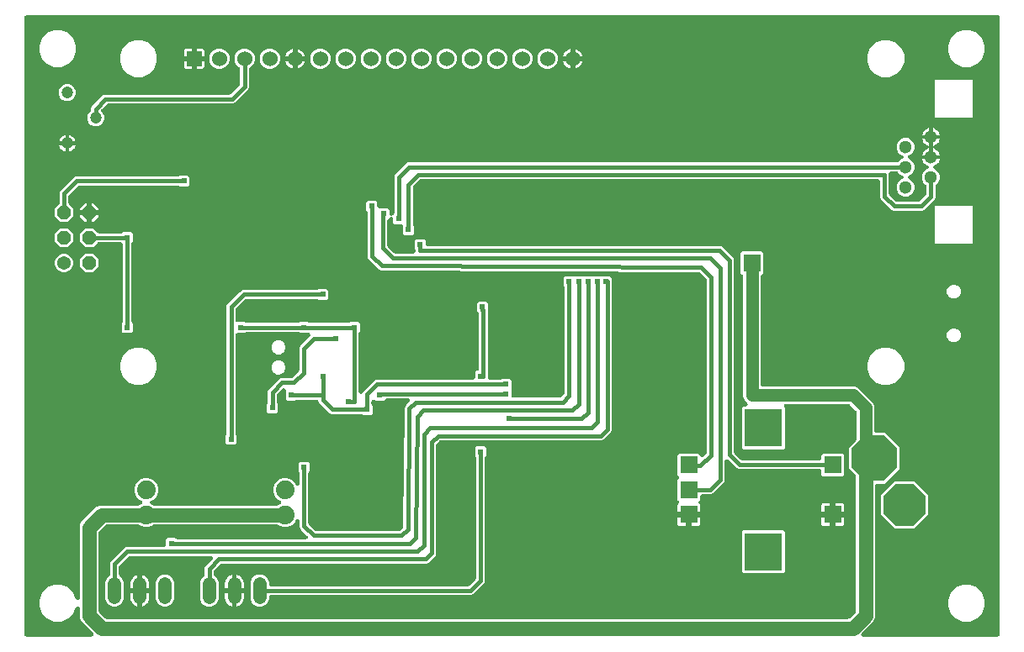
<source format=gbr>
G04 EAGLE Gerber RS-274X export*
G75*
%MOMM*%
%FSLAX34Y34*%
%LPD*%
%INTop Copper*%
%IPPOS*%
%AMOC8*
5,1,8,0,0,1.08239X$1,22.5*%
G01*
%ADD10R,3.816000X3.816000*%
%ADD11R,1.800000X1.800000*%
%ADD12R,1.524000X1.524000*%
%ADD13C,1.524000*%
%ADD14C,1.300000*%
%ADD15C,1.371600*%
%ADD16P,1.484606X8X112.500000*%
%ADD17C,1.200000*%
%ADD18P,4.996312X8X292.500000*%
%ADD19P,4.563356X8X112.500000*%
%ADD20P,4.563356X8X22.500000*%
%ADD21C,1.879600*%
%ADD22C,1.371600*%
%ADD23R,0.609600X0.609600*%
%ADD24R,0.904800X0.904800*%
%ADD25R,0.804800X0.804800*%
%ADD26R,1.050000X1.050000*%
%ADD27R,1.200000X1.200000*%
%ADD28C,0.406400*%
%ADD29C,1.422400*%
%ADD30C,1.270000*%

G36*
X72188Y4574D02*
X72188Y4574D01*
X72197Y4573D01*
X72390Y4594D01*
X72580Y4613D01*
X72588Y4615D01*
X72597Y4616D01*
X72780Y4674D01*
X72964Y4731D01*
X72972Y4735D01*
X72981Y4738D01*
X73149Y4830D01*
X73319Y4923D01*
X73325Y4928D01*
X73333Y4933D01*
X73480Y5057D01*
X73628Y5180D01*
X73633Y5187D01*
X73640Y5193D01*
X73760Y5345D01*
X73880Y5494D01*
X73884Y5502D01*
X73890Y5509D01*
X73978Y5682D01*
X74066Y5851D01*
X74068Y5860D01*
X74072Y5868D01*
X74124Y6054D01*
X74177Y6238D01*
X74178Y6247D01*
X74180Y6256D01*
X74194Y6449D01*
X74210Y6640D01*
X74209Y6648D01*
X74210Y6657D01*
X74185Y6850D01*
X74163Y7039D01*
X74160Y7048D01*
X74159Y7057D01*
X74098Y7240D01*
X74038Y7422D01*
X74034Y7430D01*
X74031Y7438D01*
X73935Y7605D01*
X73840Y7773D01*
X73834Y7780D01*
X73830Y7787D01*
X73615Y8040D01*
X61701Y19955D01*
X60237Y23488D01*
X60237Y32883D01*
X60237Y32888D01*
X60237Y32892D01*
X60217Y33086D01*
X60197Y33284D01*
X60196Y33288D01*
X60196Y33292D01*
X60138Y33478D01*
X60079Y33669D01*
X60077Y33673D01*
X60076Y33677D01*
X59982Y33848D01*
X59887Y34023D01*
X59885Y34026D01*
X59882Y34030D01*
X59755Y34181D01*
X59630Y34332D01*
X59626Y34335D01*
X59623Y34338D01*
X59469Y34461D01*
X59316Y34584D01*
X59312Y34586D01*
X59309Y34589D01*
X59133Y34679D01*
X58959Y34770D01*
X58954Y34771D01*
X58950Y34773D01*
X58762Y34826D01*
X58572Y34881D01*
X58567Y34882D01*
X58563Y34883D01*
X58370Y34898D01*
X58170Y34914D01*
X58166Y34913D01*
X58162Y34914D01*
X57969Y34890D01*
X57771Y34867D01*
X57766Y34866D01*
X57762Y34865D01*
X57576Y34804D01*
X57388Y34742D01*
X57384Y34740D01*
X57380Y34739D01*
X57208Y34641D01*
X57037Y34544D01*
X57034Y34541D01*
X57030Y34539D01*
X56881Y34409D01*
X56733Y34281D01*
X56730Y34278D01*
X56726Y34275D01*
X56606Y34118D01*
X56486Y33963D01*
X56484Y33959D01*
X56481Y33956D01*
X56329Y33660D01*
X53818Y27598D01*
X48602Y22382D01*
X41788Y19559D01*
X34412Y19559D01*
X27598Y22382D01*
X22382Y27598D01*
X19559Y34412D01*
X19559Y41788D01*
X22382Y48602D01*
X27598Y53818D01*
X34412Y56641D01*
X41788Y56641D01*
X48602Y53818D01*
X53818Y48602D01*
X56329Y42540D01*
X56331Y42536D01*
X56333Y42531D01*
X56428Y42356D01*
X56520Y42185D01*
X56522Y42181D01*
X56525Y42177D01*
X56650Y42027D01*
X56776Y41874D01*
X56779Y41872D01*
X56782Y41868D01*
X56935Y41745D01*
X57089Y41621D01*
X57093Y41619D01*
X57096Y41616D01*
X57271Y41525D01*
X57445Y41434D01*
X57449Y41432D01*
X57453Y41430D01*
X57643Y41376D01*
X57832Y41320D01*
X57836Y41320D01*
X57840Y41319D01*
X58038Y41303D01*
X58233Y41286D01*
X58237Y41286D01*
X58242Y41286D01*
X58439Y41309D01*
X58633Y41331D01*
X58637Y41332D01*
X58641Y41333D01*
X58830Y41394D01*
X59016Y41454D01*
X59020Y41456D01*
X59024Y41458D01*
X59197Y41555D01*
X59368Y41651D01*
X59371Y41653D01*
X59375Y41656D01*
X59524Y41784D01*
X59673Y41912D01*
X59676Y41916D01*
X59680Y41919D01*
X59799Y42073D01*
X59922Y42229D01*
X59924Y42233D01*
X59926Y42237D01*
X60014Y42413D01*
X60102Y42589D01*
X60104Y42593D01*
X60106Y42597D01*
X60157Y42790D01*
X60209Y42977D01*
X60209Y42982D01*
X60210Y42986D01*
X60237Y43317D01*
X60237Y116212D01*
X61701Y119745D01*
X77105Y135149D01*
X80638Y136613D01*
X118944Y136613D01*
X118971Y136615D01*
X118997Y136613D01*
X119171Y136635D01*
X119345Y136653D01*
X119370Y136660D01*
X119397Y136664D01*
X119562Y136719D01*
X119730Y136771D01*
X119753Y136784D01*
X119778Y136792D01*
X119930Y136879D01*
X120084Y136963D01*
X120104Y136980D01*
X120127Y136993D01*
X120218Y137070D01*
X122037Y137823D01*
X122045Y137828D01*
X122053Y137830D01*
X122221Y137922D01*
X122392Y138014D01*
X122399Y138019D01*
X122407Y138024D01*
X122553Y138147D01*
X122702Y138270D01*
X122708Y138277D01*
X122715Y138283D01*
X122835Y138433D01*
X122956Y138583D01*
X122960Y138591D01*
X122966Y138597D01*
X123053Y138768D01*
X123143Y138939D01*
X123146Y138948D01*
X123150Y138956D01*
X123202Y139140D01*
X123256Y139326D01*
X123257Y139334D01*
X123259Y139343D01*
X123274Y139534D01*
X123291Y139727D01*
X123290Y139736D01*
X123290Y139744D01*
X123267Y139935D01*
X123246Y140127D01*
X123243Y140135D01*
X123242Y140144D01*
X123181Y140327D01*
X123122Y140510D01*
X123118Y140518D01*
X123115Y140526D01*
X123020Y140694D01*
X122926Y140862D01*
X122920Y140868D01*
X122916Y140876D01*
X122789Y141021D01*
X122664Y141167D01*
X122657Y141173D01*
X122651Y141180D01*
X122498Y141297D01*
X122347Y141416D01*
X122339Y141420D01*
X122332Y141425D01*
X122037Y141577D01*
X120260Y142313D01*
X116913Y145660D01*
X115101Y150033D01*
X115101Y154767D01*
X116913Y159140D01*
X120260Y162487D01*
X124633Y164299D01*
X129367Y164299D01*
X133740Y162487D01*
X137087Y159140D01*
X138899Y154767D01*
X138899Y150033D01*
X137087Y145660D01*
X133740Y142313D01*
X131963Y141577D01*
X131955Y141572D01*
X131947Y141570D01*
X131778Y141477D01*
X131608Y141386D01*
X131601Y141381D01*
X131593Y141376D01*
X131446Y141252D01*
X131298Y141130D01*
X131292Y141123D01*
X131285Y141117D01*
X131165Y140966D01*
X131044Y140817D01*
X131040Y140810D01*
X131034Y140802D01*
X130946Y140631D01*
X130857Y140461D01*
X130854Y140452D01*
X130850Y140444D01*
X130799Y140262D01*
X130744Y140074D01*
X130743Y140065D01*
X130741Y140057D01*
X130726Y139866D01*
X130709Y139673D01*
X130710Y139664D01*
X130710Y139656D01*
X130733Y139462D01*
X130754Y139273D01*
X130757Y139265D01*
X130758Y139256D01*
X130819Y139072D01*
X130878Y138890D01*
X130882Y138882D01*
X130885Y138874D01*
X130980Y138706D01*
X131074Y138538D01*
X131080Y138532D01*
X131084Y138524D01*
X131212Y138377D01*
X131336Y138233D01*
X131343Y138227D01*
X131349Y138220D01*
X131502Y138103D01*
X131653Y137984D01*
X131661Y137980D01*
X131668Y137975D01*
X131963Y137823D01*
X133794Y137065D01*
X133796Y137063D01*
X133931Y136953D01*
X133955Y136940D01*
X133976Y136924D01*
X134133Y136846D01*
X134287Y136764D01*
X134312Y136756D01*
X134336Y136744D01*
X134506Y136699D01*
X134673Y136649D01*
X134699Y136647D01*
X134725Y136640D01*
X135056Y136613D01*
X258644Y136613D01*
X258671Y136615D01*
X258697Y136613D01*
X258871Y136635D01*
X259045Y136653D01*
X259070Y136660D01*
X259097Y136664D01*
X259262Y136719D01*
X259430Y136771D01*
X259453Y136784D01*
X259478Y136792D01*
X259630Y136879D01*
X259784Y136963D01*
X259804Y136980D01*
X259827Y136993D01*
X259918Y137070D01*
X261737Y137823D01*
X261745Y137828D01*
X261753Y137830D01*
X261921Y137922D01*
X262092Y138014D01*
X262099Y138019D01*
X262107Y138024D01*
X262253Y138147D01*
X262402Y138270D01*
X262408Y138277D01*
X262415Y138283D01*
X262535Y138433D01*
X262656Y138583D01*
X262660Y138591D01*
X262666Y138597D01*
X262753Y138768D01*
X262843Y138939D01*
X262846Y138948D01*
X262850Y138956D01*
X262902Y139140D01*
X262956Y139326D01*
X262957Y139334D01*
X262959Y139343D01*
X262974Y139534D01*
X262991Y139727D01*
X262990Y139736D01*
X262990Y139744D01*
X262967Y139935D01*
X262946Y140127D01*
X262943Y140135D01*
X262942Y140144D01*
X262881Y140327D01*
X262822Y140510D01*
X262818Y140518D01*
X262815Y140526D01*
X262720Y140694D01*
X262626Y140862D01*
X262620Y140868D01*
X262616Y140876D01*
X262489Y141021D01*
X262364Y141167D01*
X262357Y141173D01*
X262351Y141180D01*
X262198Y141297D01*
X262047Y141416D01*
X262039Y141420D01*
X262032Y141425D01*
X261737Y141577D01*
X259960Y142313D01*
X256613Y145660D01*
X254801Y150033D01*
X254801Y154767D01*
X256613Y159140D01*
X259960Y162487D01*
X264333Y164299D01*
X269067Y164299D01*
X273440Y162487D01*
X276787Y159140D01*
X277309Y157880D01*
X277311Y157876D01*
X277313Y157871D01*
X277406Y157699D01*
X277500Y157525D01*
X277502Y157521D01*
X277505Y157517D01*
X277629Y157369D01*
X277756Y157214D01*
X277759Y157211D01*
X277762Y157208D01*
X277915Y157085D01*
X278069Y156961D01*
X278073Y156958D01*
X278076Y156956D01*
X278249Y156866D01*
X278425Y156773D01*
X278429Y156772D01*
X278433Y156770D01*
X278621Y156716D01*
X278812Y156660D01*
X278816Y156660D01*
X278820Y156659D01*
X279018Y156643D01*
X279213Y156626D01*
X279217Y156626D01*
X279222Y156626D01*
X279416Y156649D01*
X279613Y156671D01*
X279617Y156672D01*
X279621Y156673D01*
X279807Y156733D01*
X279996Y156794D01*
X280000Y156796D01*
X280004Y156798D01*
X280176Y156894D01*
X280348Y156990D01*
X280351Y156993D01*
X280355Y156996D01*
X280503Y157124D01*
X280653Y157252D01*
X280656Y157256D01*
X280660Y157259D01*
X280780Y157413D01*
X280902Y157569D01*
X280904Y157573D01*
X280906Y157577D01*
X280995Y157755D01*
X281082Y157929D01*
X281084Y157933D01*
X281086Y157937D01*
X281137Y158129D01*
X281189Y158317D01*
X281189Y158322D01*
X281190Y158326D01*
X281217Y158657D01*
X281217Y169128D01*
X281217Y169135D01*
X281217Y169140D01*
X281215Y169158D01*
X281217Y169182D01*
X281195Y169356D01*
X281177Y169529D01*
X281170Y169554D01*
X281166Y169581D01*
X281111Y169747D01*
X281059Y169914D01*
X281046Y169937D01*
X281038Y169963D01*
X280951Y170114D01*
X280867Y170268D01*
X280850Y170288D01*
X280837Y170312D01*
X280622Y170565D01*
X280201Y170986D01*
X280201Y179153D01*
X281666Y180618D01*
X289834Y180618D01*
X291299Y179153D01*
X291299Y170986D01*
X290878Y170565D01*
X290861Y170544D01*
X290840Y170526D01*
X290733Y170388D01*
X290623Y170253D01*
X290610Y170229D01*
X290594Y170208D01*
X290516Y170051D01*
X290434Y169897D01*
X290426Y169872D01*
X290414Y169848D01*
X290369Y169678D01*
X290319Y169511D01*
X290317Y169485D01*
X290310Y169459D01*
X290283Y169128D01*
X290283Y118954D01*
X290285Y118928D01*
X290283Y118901D01*
X290305Y118727D01*
X290323Y118554D01*
X290330Y118528D01*
X290334Y118502D01*
X290389Y118336D01*
X290441Y118169D01*
X290454Y118145D01*
X290462Y118120D01*
X290549Y117968D01*
X290633Y117815D01*
X290650Y117794D01*
X290663Y117771D01*
X290878Y117518D01*
X297033Y111363D01*
X297053Y111346D01*
X297071Y111326D01*
X297209Y111219D01*
X297344Y111108D01*
X297368Y111096D01*
X297389Y111079D01*
X297546Y111001D01*
X297700Y110919D01*
X297725Y110912D01*
X297749Y110900D01*
X297919Y110854D01*
X298086Y110805D01*
X298112Y110802D01*
X298138Y110795D01*
X298469Y110768D01*
X381307Y110768D01*
X381327Y110770D01*
X381347Y110769D01*
X381527Y110790D01*
X381708Y110808D01*
X381727Y110814D01*
X381747Y110816D01*
X381919Y110873D01*
X382093Y110926D01*
X382110Y110936D01*
X382130Y110942D01*
X382288Y111032D01*
X382447Y111118D01*
X382462Y111131D01*
X382480Y111141D01*
X382734Y111354D01*
X385249Y113837D01*
X385262Y113852D01*
X385277Y113865D01*
X385391Y114008D01*
X385506Y114147D01*
X385516Y114164D01*
X385528Y114180D01*
X385611Y114341D01*
X385697Y114501D01*
X385703Y114521D01*
X385712Y114539D01*
X385761Y114713D01*
X385814Y114886D01*
X385816Y114906D01*
X385822Y114926D01*
X385853Y115256D01*
X387373Y234563D01*
X387373Y234569D01*
X387373Y234576D01*
X387379Y235469D01*
X387733Y236295D01*
X387735Y236300D01*
X387738Y236307D01*
X388085Y237129D01*
X388728Y237756D01*
X388732Y237760D01*
X388737Y237765D01*
X391859Y240847D01*
X391869Y240859D01*
X391881Y240869D01*
X391997Y241013D01*
X392116Y241157D01*
X392124Y241171D01*
X392133Y241183D01*
X392218Y241347D01*
X392307Y241511D01*
X392312Y241526D01*
X392319Y241540D01*
X392370Y241718D01*
X392424Y241897D01*
X392426Y241912D01*
X392430Y241927D01*
X392445Y242112D01*
X392463Y242297D01*
X392462Y242313D01*
X392463Y242328D01*
X392441Y242512D01*
X392423Y242698D01*
X392418Y242713D01*
X392416Y242728D01*
X392359Y242904D01*
X392303Y243082D01*
X392296Y243096D01*
X392291Y243111D01*
X392200Y243272D01*
X392111Y243436D01*
X392101Y243448D01*
X392093Y243461D01*
X391972Y243602D01*
X391852Y243745D01*
X391840Y243754D01*
X391830Y243766D01*
X391684Y243880D01*
X391538Y243996D01*
X391524Y244003D01*
X391512Y244013D01*
X391346Y244095D01*
X391180Y244181D01*
X391165Y244185D01*
X391152Y244192D01*
X390971Y244241D01*
X390793Y244291D01*
X390778Y244293D01*
X390763Y244297D01*
X390432Y244324D01*
X369098Y244324D01*
X369071Y244321D01*
X369044Y244323D01*
X368870Y244301D01*
X368697Y244284D01*
X368672Y244276D01*
X368645Y244273D01*
X368479Y244217D01*
X368312Y244166D01*
X368289Y244153D01*
X368263Y244144D01*
X368112Y244057D01*
X367958Y243974D01*
X367938Y243957D01*
X367914Y243944D01*
X367661Y243729D01*
X366034Y242101D01*
X357866Y242101D01*
X357250Y242717D01*
X357243Y242723D01*
X357238Y242730D01*
X357088Y242850D01*
X356939Y242972D01*
X356931Y242976D01*
X356924Y242982D01*
X356754Y243070D01*
X356583Y243161D01*
X356574Y243163D01*
X356567Y243168D01*
X356382Y243221D01*
X356197Y243276D01*
X356188Y243276D01*
X356180Y243279D01*
X355989Y243295D01*
X355796Y243312D01*
X355787Y243311D01*
X355778Y243312D01*
X355589Y243290D01*
X355396Y243269D01*
X355387Y243266D01*
X355379Y243265D01*
X355197Y243206D01*
X355012Y243147D01*
X355004Y243143D01*
X354996Y243140D01*
X354828Y243045D01*
X354660Y242952D01*
X354653Y242947D01*
X354645Y242942D01*
X354500Y242817D01*
X354353Y242692D01*
X354347Y242685D01*
X354340Y242679D01*
X354224Y242528D01*
X354103Y242376D01*
X354099Y242368D01*
X354094Y242361D01*
X354008Y242189D01*
X353921Y242017D01*
X353918Y242008D01*
X353914Y242000D01*
X353864Y241814D01*
X353813Y241629D01*
X353812Y241620D01*
X353810Y241612D01*
X353783Y241281D01*
X353783Y239177D01*
X353785Y239150D01*
X353783Y239123D01*
X353805Y238949D01*
X353823Y238776D01*
X353830Y238751D01*
X353834Y238724D01*
X353889Y238558D01*
X353941Y238391D01*
X353954Y238368D01*
X353962Y238342D01*
X354049Y238191D01*
X354133Y238037D01*
X354150Y238017D01*
X354163Y237993D01*
X354378Y237740D01*
X354799Y237319D01*
X354799Y229152D01*
X353334Y227687D01*
X345166Y227687D01*
X344745Y228108D01*
X344724Y228125D01*
X344707Y228145D01*
X344569Y228252D01*
X344434Y228363D01*
X344410Y228375D01*
X344389Y228392D01*
X344232Y228470D01*
X344078Y228552D01*
X344052Y228559D01*
X344028Y228571D01*
X343859Y228617D01*
X343692Y228666D01*
X343665Y228669D01*
X343640Y228676D01*
X343309Y228703D01*
X313898Y228703D01*
X312232Y229393D01*
X300957Y240668D01*
X300462Y241863D01*
X300452Y241883D01*
X300445Y241904D01*
X300356Y242061D01*
X300272Y242218D01*
X300258Y242235D01*
X300247Y242255D01*
X300130Y242391D01*
X300016Y242529D01*
X299998Y242543D01*
X299984Y242560D01*
X299842Y242669D01*
X299703Y242782D01*
X299683Y242793D01*
X299666Y242806D01*
X299505Y242886D01*
X299346Y242969D01*
X299325Y242976D01*
X299305Y242986D01*
X299131Y243032D01*
X298960Y243082D01*
X298938Y243084D01*
X298916Y243090D01*
X298586Y243117D01*
X278991Y243117D01*
X278965Y243115D01*
X278938Y243117D01*
X278764Y243095D01*
X278591Y243077D01*
X278565Y243070D01*
X278538Y243066D01*
X278373Y243011D01*
X278206Y242959D01*
X278182Y242946D01*
X278157Y242938D01*
X278005Y242851D01*
X277852Y242767D01*
X277831Y242750D01*
X277808Y242737D01*
X277555Y242522D01*
X277134Y242101D01*
X268966Y242101D01*
X267501Y243566D01*
X267501Y252537D01*
X267500Y252546D01*
X267501Y252555D01*
X267480Y252747D01*
X267461Y252938D01*
X267459Y252946D01*
X267458Y252955D01*
X267400Y253138D01*
X267343Y253323D01*
X267339Y253331D01*
X267336Y253339D01*
X267243Y253507D01*
X267151Y253677D01*
X267146Y253684D01*
X267141Y253691D01*
X267017Y253838D01*
X266894Y253986D01*
X266887Y253992D01*
X266881Y253998D01*
X266730Y254117D01*
X266580Y254238D01*
X266572Y254242D01*
X266565Y254248D01*
X266392Y254336D01*
X266223Y254424D01*
X266214Y254426D01*
X266206Y254430D01*
X266020Y254482D01*
X265836Y254535D01*
X265827Y254536D01*
X265818Y254538D01*
X265625Y254552D01*
X265434Y254568D01*
X265426Y254567D01*
X265417Y254568D01*
X265224Y254543D01*
X265035Y254521D01*
X265026Y254518D01*
X265017Y254517D01*
X264834Y254456D01*
X264652Y254396D01*
X264644Y254392D01*
X264636Y254389D01*
X264469Y254293D01*
X264301Y254198D01*
X264294Y254193D01*
X264287Y254188D01*
X264034Y253973D01*
X259128Y249067D01*
X259111Y249047D01*
X259090Y249029D01*
X258984Y248892D01*
X258873Y248756D01*
X258860Y248732D01*
X258844Y248711D01*
X258766Y248555D01*
X258684Y248400D01*
X258676Y248375D01*
X258664Y248351D01*
X258619Y248182D01*
X258569Y248014D01*
X258567Y247988D01*
X258560Y247962D01*
X258533Y247631D01*
X258533Y240891D01*
X258535Y240865D01*
X258533Y240838D01*
X258555Y240664D01*
X258573Y240491D01*
X258581Y240465D01*
X258584Y240438D01*
X258639Y240273D01*
X258691Y240106D01*
X258704Y240082D01*
X258712Y240057D01*
X258799Y239905D01*
X258883Y239752D01*
X258900Y239731D01*
X258913Y239708D01*
X259128Y239455D01*
X259549Y239034D01*
X259549Y230866D01*
X258084Y229401D01*
X249916Y229401D01*
X248451Y230866D01*
X248451Y239034D01*
X248872Y239455D01*
X248889Y239476D01*
X248910Y239493D01*
X249016Y239631D01*
X249127Y239766D01*
X249140Y239790D01*
X249156Y239811D01*
X249234Y239968D01*
X249316Y240122D01*
X249324Y240148D01*
X249336Y240172D01*
X249381Y240341D01*
X249431Y240508D01*
X249433Y240535D01*
X249440Y240560D01*
X249467Y240891D01*
X249467Y251252D01*
X250157Y252918D01*
X261432Y264193D01*
X262649Y264696D01*
X262652Y264698D01*
X262657Y264700D01*
X262829Y264793D01*
X262996Y264883D01*
X273031Y264883D01*
X273058Y264885D01*
X273084Y264883D01*
X273258Y264905D01*
X273432Y264923D01*
X273457Y264930D01*
X273484Y264934D01*
X273650Y264989D01*
X273817Y265041D01*
X273840Y265054D01*
X273866Y265062D01*
X274017Y265149D01*
X274171Y265233D01*
X274191Y265250D01*
X274214Y265263D01*
X274467Y265478D01*
X280622Y271633D01*
X280639Y271653D01*
X280660Y271671D01*
X280767Y271809D01*
X280877Y271944D01*
X280890Y271968D01*
X280906Y271989D01*
X280984Y272146D01*
X281066Y272300D01*
X281074Y272325D01*
X281086Y272349D01*
X281131Y272519D01*
X281181Y272686D01*
X281183Y272712D01*
X281190Y272738D01*
X281217Y273069D01*
X281217Y295702D01*
X281907Y297368D01*
X283468Y298928D01*
X291626Y307087D01*
X291632Y307094D01*
X291639Y307099D01*
X291759Y307249D01*
X291882Y307398D01*
X291886Y307406D01*
X291891Y307413D01*
X291980Y307583D01*
X292070Y307754D01*
X292073Y307763D01*
X292077Y307770D01*
X292130Y307955D01*
X292185Y308140D01*
X292186Y308149D01*
X292188Y308157D01*
X292204Y308348D01*
X292221Y308541D01*
X292220Y308550D01*
X292221Y308559D01*
X292199Y308748D01*
X292178Y308941D01*
X292175Y308950D01*
X292174Y308958D01*
X292115Y309140D01*
X292056Y309325D01*
X292052Y309333D01*
X292049Y309341D01*
X291954Y309510D01*
X291862Y309677D01*
X291856Y309684D01*
X291851Y309692D01*
X291725Y309838D01*
X291601Y309984D01*
X291594Y309990D01*
X291588Y309997D01*
X291437Y310114D01*
X291285Y310234D01*
X291277Y310238D01*
X291270Y310243D01*
X291098Y310329D01*
X290926Y310416D01*
X290918Y310419D01*
X290910Y310423D01*
X290723Y310473D01*
X290538Y310524D01*
X290530Y310525D01*
X290521Y310527D01*
X290190Y310554D01*
X281666Y310554D01*
X281245Y310975D01*
X281224Y310992D01*
X281207Y311013D01*
X281069Y311120D01*
X280934Y311230D01*
X280910Y311243D01*
X280889Y311259D01*
X280732Y311337D01*
X280578Y311419D01*
X280552Y311427D01*
X280528Y311439D01*
X280359Y311484D01*
X280192Y311534D01*
X280165Y311536D01*
X280140Y311543D01*
X279809Y311570D01*
X228509Y311570D01*
X228482Y311568D01*
X228455Y311570D01*
X228281Y311548D01*
X228108Y311530D01*
X228083Y311523D01*
X228056Y311519D01*
X227890Y311464D01*
X227723Y311412D01*
X227700Y311399D01*
X227674Y311391D01*
X227523Y311304D01*
X227369Y311220D01*
X227349Y311203D01*
X227325Y311190D01*
X227072Y310975D01*
X226334Y310237D01*
X219035Y310237D01*
X219017Y310235D01*
X218999Y310236D01*
X218817Y310215D01*
X218634Y310197D01*
X218617Y310192D01*
X218600Y310190D01*
X218425Y310133D01*
X218249Y310079D01*
X218234Y310070D01*
X218217Y310065D01*
X218057Y309974D01*
X217895Y309887D01*
X217882Y309876D01*
X217866Y309867D01*
X217727Y309747D01*
X217586Y309629D01*
X217575Y309615D01*
X217561Y309604D01*
X217449Y309459D01*
X217334Y309315D01*
X217326Y309300D01*
X217315Y309286D01*
X217233Y309121D01*
X217148Y308958D01*
X217143Y308941D01*
X217135Y308925D01*
X217088Y308747D01*
X217037Y308571D01*
X217035Y308553D01*
X217031Y308536D01*
X217004Y308206D01*
X217004Y209141D01*
X217006Y209115D01*
X217004Y209088D01*
X217026Y208914D01*
X217044Y208741D01*
X217052Y208715D01*
X217055Y208688D01*
X217110Y208523D01*
X217162Y208356D01*
X217175Y208332D01*
X217183Y208307D01*
X217270Y208155D01*
X217354Y208002D01*
X217371Y207981D01*
X217384Y207958D01*
X217599Y207705D01*
X218020Y207284D01*
X218020Y199116D01*
X216555Y197651D01*
X208387Y197651D01*
X206922Y199116D01*
X206922Y207284D01*
X207343Y207705D01*
X207360Y207726D01*
X207381Y207743D01*
X207487Y207881D01*
X207598Y208016D01*
X207611Y208040D01*
X207627Y208061D01*
X207705Y208218D01*
X207787Y208372D01*
X207795Y208398D01*
X207807Y208422D01*
X207852Y208591D01*
X207902Y208758D01*
X207904Y208785D01*
X207911Y208810D01*
X207938Y209141D01*
X207938Y337452D01*
X208628Y339118D01*
X221043Y351532D01*
X222603Y353093D01*
X224269Y353783D01*
X298859Y353783D01*
X298885Y353785D01*
X298912Y353783D01*
X299086Y353805D01*
X299259Y353823D01*
X299285Y353830D01*
X299312Y353834D01*
X299477Y353889D01*
X299644Y353941D01*
X299668Y353954D01*
X299693Y353962D01*
X299845Y354049D01*
X299998Y354133D01*
X300019Y354150D01*
X300042Y354163D01*
X300295Y354378D01*
X300716Y354799D01*
X308884Y354799D01*
X310349Y353334D01*
X310349Y345166D01*
X308884Y343701D01*
X300716Y343701D01*
X300295Y344122D01*
X300274Y344139D01*
X300257Y344160D01*
X300119Y344267D01*
X299984Y344377D01*
X299960Y344390D01*
X299939Y344406D01*
X299782Y344484D01*
X299628Y344566D01*
X299602Y344574D01*
X299578Y344586D01*
X299409Y344631D01*
X299242Y344681D01*
X299215Y344683D01*
X299190Y344690D01*
X298859Y344717D01*
X227890Y344717D01*
X227863Y344715D01*
X227837Y344717D01*
X227663Y344695D01*
X227489Y344677D01*
X227464Y344670D01*
X227437Y344666D01*
X227271Y344611D01*
X227104Y344559D01*
X227081Y344546D01*
X227055Y344538D01*
X226904Y344451D01*
X226750Y344367D01*
X226730Y344350D01*
X226707Y344337D01*
X226454Y344122D01*
X217599Y335267D01*
X217582Y335247D01*
X217561Y335229D01*
X217454Y335091D01*
X217344Y334956D01*
X217331Y334932D01*
X217315Y334911D01*
X217237Y334754D01*
X217155Y334600D01*
X217147Y334575D01*
X217135Y334551D01*
X217090Y334381D01*
X217040Y334214D01*
X217038Y334188D01*
X217031Y334162D01*
X217004Y333831D01*
X217004Y323365D01*
X217006Y323348D01*
X217004Y323330D01*
X217025Y323148D01*
X217044Y322965D01*
X217049Y322948D01*
X217051Y322930D01*
X217108Y322756D01*
X217162Y322580D01*
X217170Y322564D01*
X217176Y322547D01*
X217266Y322387D01*
X217354Y322226D01*
X217365Y322212D01*
X217374Y322197D01*
X217494Y322057D01*
X217611Y321917D01*
X217625Y321905D01*
X217637Y321892D01*
X217782Y321779D01*
X217925Y321664D01*
X217941Y321656D01*
X217955Y321645D01*
X218120Y321563D01*
X218282Y321479D01*
X218299Y321474D01*
X218315Y321466D01*
X218494Y321418D01*
X218669Y321367D01*
X218687Y321366D01*
X218704Y321361D01*
X219035Y321334D01*
X226334Y321334D01*
X226437Y321231D01*
X226458Y321214D01*
X226476Y321193D01*
X226614Y321086D01*
X226749Y320976D01*
X226773Y320963D01*
X226794Y320947D01*
X226951Y320869D01*
X227105Y320787D01*
X227130Y320779D01*
X227154Y320767D01*
X227324Y320722D01*
X227491Y320672D01*
X227517Y320670D01*
X227543Y320663D01*
X227874Y320636D01*
X279809Y320636D01*
X279835Y320638D01*
X279862Y320636D01*
X280036Y320658D01*
X280209Y320676D01*
X280235Y320683D01*
X280262Y320687D01*
X280427Y320742D01*
X280594Y320794D01*
X280618Y320807D01*
X280643Y320815D01*
X280795Y320902D01*
X280948Y320986D01*
X280969Y321003D01*
X280992Y321016D01*
X281245Y321231D01*
X281666Y321652D01*
X289834Y321652D01*
X290255Y321231D01*
X290276Y321214D01*
X290293Y321193D01*
X290431Y321086D01*
X290566Y320976D01*
X290590Y320963D01*
X290611Y320947D01*
X290768Y320869D01*
X290922Y320787D01*
X290948Y320779D01*
X290972Y320767D01*
X291141Y320722D01*
X291308Y320672D01*
X291335Y320670D01*
X291360Y320663D01*
X291691Y320636D01*
X330609Y320636D01*
X330635Y320638D01*
X330662Y320636D01*
X330836Y320658D01*
X331009Y320676D01*
X331035Y320683D01*
X331062Y320687D01*
X331227Y320742D01*
X331394Y320794D01*
X331418Y320807D01*
X331443Y320815D01*
X331595Y320902D01*
X331748Y320986D01*
X331769Y321003D01*
X331792Y321016D01*
X332045Y321231D01*
X332466Y321652D01*
X340634Y321652D01*
X342099Y320187D01*
X342099Y312019D01*
X341678Y311598D01*
X341661Y311577D01*
X341640Y311560D01*
X341533Y311422D01*
X341423Y311287D01*
X341410Y311263D01*
X341394Y311242D01*
X341315Y311085D01*
X341234Y310931D01*
X341226Y310905D01*
X341214Y310881D01*
X341169Y310712D01*
X341119Y310545D01*
X341117Y310518D01*
X341110Y310493D01*
X341083Y310162D01*
X341083Y251228D01*
X341083Y251224D01*
X341083Y251219D01*
X341103Y251026D01*
X341123Y250828D01*
X341124Y250823D01*
X341124Y250819D01*
X341182Y250633D01*
X341241Y250443D01*
X341243Y250439D01*
X341244Y250435D01*
X341338Y250263D01*
X341433Y250089D01*
X341435Y250085D01*
X341438Y250081D01*
X341565Y249930D01*
X341690Y249780D01*
X341694Y249777D01*
X341697Y249773D01*
X341851Y249650D01*
X342004Y249527D01*
X342008Y249525D01*
X342011Y249522D01*
X342186Y249433D01*
X342361Y249342D01*
X342366Y249340D01*
X342370Y249338D01*
X342557Y249285D01*
X342748Y249230D01*
X342753Y249230D01*
X342757Y249229D01*
X342950Y249214D01*
X343150Y249197D01*
X343154Y249198D01*
X343158Y249198D01*
X343352Y249221D01*
X343549Y249244D01*
X343554Y249246D01*
X343558Y249246D01*
X343743Y249308D01*
X343932Y249369D01*
X343936Y249371D01*
X343940Y249373D01*
X344112Y249471D01*
X344283Y249567D01*
X344286Y249570D01*
X344290Y249572D01*
X344441Y249704D01*
X344587Y249830D01*
X344590Y249834D01*
X344594Y249837D01*
X344714Y249993D01*
X344834Y250148D01*
X344836Y250152D01*
X344839Y250156D01*
X344991Y250451D01*
X345407Y251457D01*
X356682Y262732D01*
X358348Y263422D01*
X455970Y263422D01*
X455988Y263424D01*
X456006Y263423D01*
X456188Y263444D01*
X456371Y263462D01*
X456388Y263467D01*
X456405Y263469D01*
X456580Y263526D01*
X456756Y263580D01*
X456771Y263589D01*
X456788Y263594D01*
X456948Y263685D01*
X457110Y263772D01*
X457123Y263783D01*
X457139Y263792D01*
X457278Y263912D01*
X457419Y264030D01*
X457430Y264044D01*
X457444Y264055D01*
X457556Y264200D01*
X457671Y264344D01*
X457679Y264359D01*
X457690Y264373D01*
X457772Y264538D01*
X457857Y264701D01*
X457862Y264718D01*
X457870Y264734D01*
X457917Y264911D01*
X457968Y265088D01*
X457970Y265106D01*
X457974Y265123D01*
X458001Y265453D01*
X458001Y270784D01*
X459466Y272249D01*
X459780Y272249D01*
X459798Y272251D01*
X459816Y272249D01*
X459998Y272270D01*
X460181Y272289D01*
X460198Y272294D01*
X460215Y272296D01*
X460390Y272353D01*
X460566Y272407D01*
X460581Y272415D01*
X460598Y272421D01*
X460758Y272511D01*
X460920Y272599D01*
X460933Y272610D01*
X460949Y272619D01*
X461088Y272739D01*
X461229Y272856D01*
X461240Y272870D01*
X461254Y272882D01*
X461366Y273027D01*
X461481Y273170D01*
X461489Y273186D01*
X461500Y273200D01*
X461582Y273365D01*
X461667Y273527D01*
X461672Y273544D01*
X461680Y273560D01*
X461727Y273739D01*
X461778Y273914D01*
X461780Y273932D01*
X461784Y273949D01*
X461811Y274280D01*
X461811Y329808D01*
X461809Y329835D01*
X461811Y329862D01*
X461789Y330036D01*
X461771Y330209D01*
X461764Y330234D01*
X461760Y330261D01*
X461705Y330427D01*
X461653Y330594D01*
X461640Y330617D01*
X461632Y330643D01*
X461545Y330794D01*
X461461Y330948D01*
X461444Y330968D01*
X461431Y330992D01*
X461216Y331245D01*
X459995Y332466D01*
X459995Y340634D01*
X461460Y342099D01*
X469627Y342099D01*
X471092Y340634D01*
X471092Y332300D01*
X471028Y332178D01*
X471020Y332153D01*
X471008Y332129D01*
X470963Y331959D01*
X470913Y331792D01*
X470911Y331766D01*
X470904Y331740D01*
X470877Y331409D01*
X470877Y265453D01*
X470879Y265436D01*
X470877Y265418D01*
X470898Y265236D01*
X470917Y265053D01*
X470922Y265036D01*
X470924Y265018D01*
X470981Y264844D01*
X471035Y264668D01*
X471043Y264652D01*
X471049Y264635D01*
X471139Y264475D01*
X471227Y264314D01*
X471238Y264300D01*
X471247Y264285D01*
X471367Y264145D01*
X471484Y264005D01*
X471498Y263993D01*
X471510Y263980D01*
X471655Y263867D01*
X471798Y263752D01*
X471814Y263744D01*
X471828Y263733D01*
X471993Y263651D01*
X472155Y263567D01*
X472172Y263562D01*
X472188Y263554D01*
X472367Y263506D01*
X472542Y263455D01*
X472560Y263454D01*
X472577Y263449D01*
X472908Y263422D01*
X483263Y263422D01*
X483289Y263425D01*
X483316Y263423D01*
X483490Y263445D01*
X483663Y263462D01*
X483689Y263470D01*
X483716Y263473D01*
X483881Y263529D01*
X484048Y263580D01*
X484072Y263593D01*
X484097Y263602D01*
X484249Y263689D01*
X484402Y263772D01*
X484423Y263789D01*
X484446Y263802D01*
X484699Y264017D01*
X484866Y264184D01*
X493034Y264184D01*
X494499Y262719D01*
X494499Y247356D01*
X494501Y247338D01*
X494499Y247320D01*
X494520Y247138D01*
X494539Y246955D01*
X494544Y246938D01*
X494546Y246921D01*
X494603Y246746D01*
X494657Y246570D01*
X494665Y246555D01*
X494671Y246538D01*
X494761Y246378D01*
X494849Y246216D01*
X494860Y246203D01*
X494869Y246187D01*
X494989Y246048D01*
X495106Y245907D01*
X495120Y245896D01*
X495132Y245882D01*
X495277Y245770D01*
X495420Y245655D01*
X495436Y245647D01*
X495450Y245636D01*
X495615Y245554D01*
X495777Y245469D01*
X495794Y245464D01*
X495810Y245456D01*
X495989Y245409D01*
X496164Y245358D01*
X496182Y245356D01*
X496199Y245352D01*
X496530Y245325D01*
X543381Y245325D01*
X543408Y245327D01*
X543434Y245325D01*
X543608Y245347D01*
X543782Y245365D01*
X543807Y245372D01*
X543834Y245376D01*
X544000Y245431D01*
X544167Y245483D01*
X544190Y245496D01*
X544216Y245504D01*
X544367Y245591D01*
X544521Y245675D01*
X544541Y245692D01*
X544564Y245705D01*
X544817Y245920D01*
X547322Y248425D01*
X547339Y248445D01*
X547360Y248463D01*
X547467Y248601D01*
X547577Y248736D01*
X547590Y248760D01*
X547606Y248781D01*
X547684Y248938D01*
X547766Y249092D01*
X547774Y249117D01*
X547786Y249141D01*
X547831Y249311D01*
X547881Y249478D01*
X547883Y249504D01*
X547890Y249530D01*
X547917Y249861D01*
X547917Y356009D01*
X547917Y356013D01*
X547917Y356015D01*
X547915Y356029D01*
X547915Y356035D01*
X547917Y356062D01*
X547895Y356236D01*
X547877Y356409D01*
X547870Y356435D01*
X547866Y356462D01*
X547811Y356627D01*
X547759Y356794D01*
X547746Y356818D01*
X547738Y356843D01*
X547651Y356995D01*
X547567Y357148D01*
X547550Y357169D01*
X547537Y357192D01*
X547322Y357445D01*
X546901Y357866D01*
X546901Y366034D01*
X548366Y367499D01*
X557304Y367499D01*
X557330Y367501D01*
X557357Y367499D01*
X557531Y367521D01*
X557704Y367539D01*
X557730Y367546D01*
X557757Y367550D01*
X557922Y367605D01*
X557988Y367626D01*
X566706Y367626D01*
X566858Y367585D01*
X567025Y367535D01*
X567052Y367533D01*
X567077Y367526D01*
X567408Y367499D01*
X594126Y367499D01*
X595591Y366034D01*
X595591Y357435D01*
X595564Y357344D01*
X595561Y357318D01*
X595554Y357292D01*
X595527Y356961D01*
X595527Y212204D01*
X594837Y210538D01*
X587212Y202913D01*
X585546Y202223D01*
X423533Y202223D01*
X423507Y202221D01*
X423480Y202223D01*
X423306Y202201D01*
X423133Y202183D01*
X423107Y202176D01*
X423081Y202172D01*
X422915Y202117D01*
X422748Y202065D01*
X422724Y202052D01*
X422699Y202044D01*
X422547Y201957D01*
X422394Y201873D01*
X422373Y201856D01*
X422350Y201843D01*
X422097Y201628D01*
X419592Y199123D01*
X419575Y199103D01*
X419555Y199085D01*
X419448Y198947D01*
X419337Y198812D01*
X419325Y198788D01*
X419308Y198767D01*
X419230Y198610D01*
X419148Y198456D01*
X419141Y198431D01*
X419129Y198407D01*
X419083Y198237D01*
X419034Y198070D01*
X419031Y198044D01*
X419024Y198018D01*
X418997Y197687D01*
X418997Y87998D01*
X418307Y86332D01*
X410682Y78707D01*
X409016Y78017D01*
X203219Y78017D01*
X203192Y78015D01*
X203166Y78017D01*
X202992Y77995D01*
X202818Y77977D01*
X202793Y77970D01*
X202766Y77966D01*
X202600Y77911D01*
X202433Y77859D01*
X202410Y77846D01*
X202384Y77838D01*
X202233Y77751D01*
X202079Y77667D01*
X202059Y77650D01*
X202036Y77637D01*
X201783Y77422D01*
X195628Y71267D01*
X195611Y71247D01*
X195590Y71229D01*
X195483Y71091D01*
X195373Y70956D01*
X195360Y70932D01*
X195344Y70911D01*
X195266Y70754D01*
X195184Y70600D01*
X195176Y70575D01*
X195164Y70551D01*
X195119Y70381D01*
X195069Y70214D01*
X195067Y70188D01*
X195060Y70162D01*
X195033Y69831D01*
X195033Y67202D01*
X195035Y67175D01*
X195033Y67149D01*
X195055Y66975D01*
X195073Y66801D01*
X195080Y66776D01*
X195084Y66749D01*
X195140Y66583D01*
X195191Y66416D01*
X195204Y66393D01*
X195212Y66367D01*
X195299Y66216D01*
X195383Y66062D01*
X195400Y66042D01*
X195413Y66019D01*
X195628Y65766D01*
X198434Y62959D01*
X199859Y59520D01*
X199859Y42080D01*
X198434Y38641D01*
X195801Y36008D01*
X192362Y34583D01*
X188638Y34583D01*
X185199Y36008D01*
X182566Y38641D01*
X181141Y42080D01*
X181141Y59520D01*
X182566Y62959D01*
X185372Y65766D01*
X185389Y65786D01*
X185410Y65804D01*
X185517Y65942D01*
X185627Y66077D01*
X185640Y66101D01*
X185656Y66122D01*
X185734Y66278D01*
X185816Y66433D01*
X185824Y66458D01*
X185836Y66482D01*
X185881Y66651D01*
X185931Y66819D01*
X185933Y66845D01*
X185940Y66871D01*
X185967Y67202D01*
X185967Y73452D01*
X186657Y75118D01*
X188218Y76678D01*
X193646Y82106D01*
X193652Y82113D01*
X193658Y82119D01*
X193779Y82268D01*
X193901Y82418D01*
X193905Y82426D01*
X193911Y82433D01*
X193999Y82603D01*
X194090Y82773D01*
X194092Y82782D01*
X194096Y82790D01*
X194149Y82973D01*
X194204Y83159D01*
X194205Y83168D01*
X194208Y83177D01*
X194223Y83368D01*
X194241Y83560D01*
X194240Y83569D01*
X194241Y83578D01*
X194218Y83767D01*
X194197Y83961D01*
X194195Y83969D01*
X194194Y83978D01*
X194134Y84160D01*
X194076Y84344D01*
X194072Y84352D01*
X194069Y84361D01*
X193974Y84529D01*
X193881Y84697D01*
X193875Y84703D01*
X193871Y84711D01*
X193745Y84857D01*
X193621Y85004D01*
X193614Y85009D01*
X193608Y85016D01*
X193456Y85133D01*
X193305Y85253D01*
X193297Y85257D01*
X193290Y85263D01*
X193118Y85348D01*
X192946Y85436D01*
X192937Y85438D01*
X192929Y85442D01*
X192743Y85492D01*
X192558Y85544D01*
X192549Y85544D01*
X192540Y85547D01*
X192210Y85574D01*
X110669Y85574D01*
X110642Y85571D01*
X110616Y85573D01*
X110442Y85551D01*
X110268Y85534D01*
X110243Y85526D01*
X110216Y85523D01*
X110050Y85467D01*
X109883Y85416D01*
X109860Y85403D01*
X109834Y85394D01*
X109683Y85307D01*
X109529Y85224D01*
X109509Y85207D01*
X109486Y85194D01*
X109233Y84979D01*
X100378Y76124D01*
X100361Y76103D01*
X100340Y76086D01*
X100233Y75948D01*
X100123Y75812D01*
X100110Y75789D01*
X100094Y75768D01*
X100016Y75611D01*
X99934Y75457D01*
X99926Y75431D01*
X99914Y75407D01*
X99869Y75238D01*
X99819Y75071D01*
X99817Y75044D01*
X99810Y75018D01*
X99783Y74688D01*
X99783Y67202D01*
X99785Y67175D01*
X99783Y67149D01*
X99805Y66975D01*
X99823Y66801D01*
X99830Y66776D01*
X99834Y66749D01*
X99889Y66583D01*
X99941Y66416D01*
X99954Y66393D01*
X99962Y66367D01*
X100049Y66216D01*
X100133Y66062D01*
X100150Y66042D01*
X100163Y66019D01*
X100378Y65766D01*
X103184Y62959D01*
X104609Y59520D01*
X104609Y42080D01*
X103184Y38641D01*
X100551Y36008D01*
X97112Y34583D01*
X93388Y34583D01*
X89949Y36008D01*
X87316Y38641D01*
X85891Y42080D01*
X85891Y59520D01*
X87316Y62959D01*
X90122Y65766D01*
X90139Y65786D01*
X90160Y65804D01*
X90267Y65942D01*
X90377Y66077D01*
X90390Y66101D01*
X90406Y66122D01*
X90484Y66279D01*
X90566Y66433D01*
X90574Y66458D01*
X90586Y66482D01*
X90631Y66652D01*
X90681Y66819D01*
X90683Y66845D01*
X90690Y66871D01*
X90717Y67202D01*
X90717Y78308D01*
X91407Y79974D01*
X105382Y93949D01*
X107048Y94639D01*
X144820Y94639D01*
X144838Y94641D01*
X144856Y94640D01*
X145038Y94661D01*
X145221Y94679D01*
X145238Y94684D01*
X145255Y94686D01*
X145430Y94743D01*
X145606Y94797D01*
X145621Y94806D01*
X145638Y94811D01*
X145798Y94902D01*
X145960Y94989D01*
X145973Y95000D01*
X145989Y95009D01*
X146128Y95129D01*
X146269Y95247D01*
X146280Y95261D01*
X146294Y95272D01*
X146406Y95417D01*
X146521Y95561D01*
X146529Y95576D01*
X146540Y95590D01*
X146622Y95755D01*
X146707Y95918D01*
X146712Y95935D01*
X146720Y95951D01*
X146767Y96129D01*
X146818Y96305D01*
X146820Y96323D01*
X146824Y96340D01*
X146851Y96670D01*
X146851Y102255D01*
X148316Y103720D01*
X156484Y103720D01*
X156905Y103299D01*
X156926Y103282D01*
X156943Y103261D01*
X157081Y103154D01*
X157216Y103044D01*
X157240Y103031D01*
X157261Y103015D01*
X157418Y102937D01*
X157572Y102855D01*
X157598Y102847D01*
X157622Y102835D01*
X157791Y102790D01*
X157958Y102740D01*
X157985Y102738D01*
X158010Y102731D01*
X158341Y102704D01*
X287968Y102704D01*
X287976Y102705D01*
X287985Y102704D01*
X288177Y102725D01*
X288368Y102744D01*
X288377Y102746D01*
X288386Y102747D01*
X288568Y102805D01*
X288753Y102862D01*
X288761Y102866D01*
X288770Y102869D01*
X288938Y102962D01*
X289107Y103054D01*
X289114Y103059D01*
X289122Y103064D01*
X289269Y103188D01*
X289416Y103311D01*
X289422Y103318D01*
X289429Y103324D01*
X289548Y103475D01*
X289669Y103625D01*
X289673Y103633D01*
X289678Y103640D01*
X289766Y103813D01*
X289854Y103982D01*
X289857Y103991D01*
X289861Y103999D01*
X289913Y104185D01*
X289966Y104369D01*
X289966Y104378D01*
X289969Y104387D01*
X289983Y104580D01*
X289999Y104771D01*
X289998Y104779D01*
X289998Y104788D01*
X289974Y104981D01*
X289952Y105170D01*
X289949Y105179D01*
X289948Y105188D01*
X289886Y105371D01*
X289827Y105553D01*
X289822Y105561D01*
X289820Y105569D01*
X289724Y105736D01*
X289629Y105904D01*
X289623Y105911D01*
X289619Y105918D01*
X289404Y106171D01*
X283468Y112107D01*
X281907Y113668D01*
X281217Y115334D01*
X281217Y120743D01*
X281217Y120748D01*
X281217Y120752D01*
X281197Y120942D01*
X281177Y121144D01*
X281176Y121148D01*
X281176Y121153D01*
X281117Y121340D01*
X281059Y121529D01*
X281057Y121533D01*
X281056Y121537D01*
X280960Y121711D01*
X280867Y121883D01*
X280865Y121886D01*
X280862Y121890D01*
X280734Y122043D01*
X280610Y122192D01*
X280606Y122195D01*
X280603Y122198D01*
X280447Y122323D01*
X280296Y122444D01*
X280292Y122446D01*
X280289Y122449D01*
X280108Y122542D01*
X279939Y122630D01*
X279934Y122631D01*
X279930Y122633D01*
X279740Y122687D01*
X279552Y122741D01*
X279547Y122742D01*
X279543Y122743D01*
X279351Y122758D01*
X279150Y122774D01*
X279146Y122774D01*
X279142Y122774D01*
X278948Y122750D01*
X278751Y122727D01*
X278746Y122726D01*
X278742Y122725D01*
X278557Y122664D01*
X278368Y122602D01*
X278364Y122600D01*
X278360Y122599D01*
X278191Y122502D01*
X278017Y122404D01*
X278014Y122401D01*
X278010Y122399D01*
X277863Y122271D01*
X277713Y122141D01*
X277710Y122138D01*
X277706Y122135D01*
X277586Y121978D01*
X277466Y121823D01*
X277464Y121819D01*
X277461Y121816D01*
X277309Y121520D01*
X276787Y120260D01*
X273440Y116913D01*
X269067Y115101D01*
X264333Y115101D01*
X259906Y116935D01*
X259904Y116937D01*
X259769Y117047D01*
X259745Y117060D01*
X259724Y117076D01*
X259567Y117154D01*
X259413Y117236D01*
X259388Y117244D01*
X259364Y117256D01*
X259194Y117301D01*
X259027Y117351D01*
X259001Y117353D01*
X258975Y117360D01*
X258644Y117387D01*
X135056Y117387D01*
X135029Y117385D01*
X135003Y117387D01*
X134829Y117365D01*
X134655Y117347D01*
X134630Y117340D01*
X134603Y117336D01*
X134438Y117281D01*
X134270Y117229D01*
X134247Y117216D01*
X134222Y117208D01*
X134070Y117121D01*
X133916Y117037D01*
X133896Y117020D01*
X133873Y117007D01*
X133782Y116930D01*
X129367Y115101D01*
X124633Y115101D01*
X120206Y116935D01*
X120204Y116937D01*
X120069Y117047D01*
X120045Y117060D01*
X120024Y117076D01*
X119867Y117154D01*
X119713Y117236D01*
X119688Y117244D01*
X119664Y117256D01*
X119494Y117301D01*
X119327Y117351D01*
X119301Y117353D01*
X119275Y117360D01*
X118944Y117387D01*
X87373Y117387D01*
X87347Y117385D01*
X87320Y117387D01*
X87146Y117365D01*
X86972Y117347D01*
X86947Y117340D01*
X86920Y117336D01*
X86755Y117281D01*
X86588Y117229D01*
X86564Y117216D01*
X86539Y117208D01*
X86387Y117121D01*
X86234Y117037D01*
X86213Y117020D01*
X86190Y117007D01*
X85937Y116792D01*
X80058Y110913D01*
X80041Y110892D01*
X80020Y110875D01*
X79913Y110737D01*
X79803Y110602D01*
X79790Y110578D01*
X79774Y110557D01*
X79696Y110400D01*
X79614Y110246D01*
X79606Y110220D01*
X79594Y110196D01*
X79549Y110027D01*
X79499Y109860D01*
X79497Y109833D01*
X79490Y109808D01*
X79463Y109477D01*
X79463Y30223D01*
X79465Y30197D01*
X79463Y30170D01*
X79485Y29996D01*
X79503Y29822D01*
X79510Y29797D01*
X79514Y29770D01*
X79569Y29605D01*
X79621Y29438D01*
X79634Y29414D01*
X79642Y29389D01*
X79729Y29237D01*
X79813Y29084D01*
X79830Y29063D01*
X79843Y29040D01*
X80058Y28787D01*
X85937Y22908D01*
X85958Y22891D01*
X85975Y22870D01*
X86113Y22763D01*
X86248Y22653D01*
X86272Y22640D01*
X86293Y22624D01*
X86450Y22546D01*
X86604Y22464D01*
X86630Y22456D01*
X86654Y22444D01*
X86823Y22399D01*
X86990Y22349D01*
X87017Y22347D01*
X87042Y22340D01*
X87373Y22313D01*
X833377Y22313D01*
X833403Y22315D01*
X833430Y22313D01*
X833604Y22335D01*
X833778Y22353D01*
X833803Y22360D01*
X833830Y22364D01*
X833995Y22419D01*
X834162Y22471D01*
X834186Y22484D01*
X834211Y22492D01*
X834363Y22579D01*
X834516Y22663D01*
X834537Y22680D01*
X834560Y22693D01*
X834813Y22908D01*
X840692Y28787D01*
X840709Y28808D01*
X840730Y28825D01*
X840837Y28963D01*
X840947Y29098D01*
X840960Y29122D01*
X840976Y29143D01*
X841054Y29300D01*
X841136Y29454D01*
X841144Y29480D01*
X841156Y29504D01*
X841201Y29673D01*
X841251Y29840D01*
X841253Y29867D01*
X841260Y29892D01*
X841287Y30223D01*
X841287Y165795D01*
X841285Y165821D01*
X841287Y165848D01*
X841265Y166022D01*
X841247Y166195D01*
X841240Y166221D01*
X841236Y166248D01*
X841180Y166413D01*
X841129Y166580D01*
X841116Y166604D01*
X841108Y166629D01*
X841021Y166781D01*
X840937Y166934D01*
X840920Y166955D01*
X840907Y166978D01*
X840692Y167231D01*
X834369Y173554D01*
X834369Y194746D01*
X841454Y201831D01*
X841471Y201852D01*
X841492Y201869D01*
X841599Y202007D01*
X841709Y202142D01*
X841722Y202166D01*
X841738Y202187D01*
X841816Y202344D01*
X841898Y202498D01*
X841906Y202524D01*
X841918Y202548D01*
X841963Y202717D01*
X842013Y202884D01*
X842015Y202911D01*
X842022Y202937D01*
X842049Y203267D01*
X842049Y230443D01*
X842047Y230469D01*
X842049Y230496D01*
X842027Y230670D01*
X842009Y230843D01*
X842002Y230869D01*
X841998Y230895D01*
X841943Y231061D01*
X841891Y231228D01*
X841878Y231252D01*
X841870Y231277D01*
X841783Y231429D01*
X841699Y231582D01*
X841682Y231603D01*
X841669Y231626D01*
X841454Y231879D01*
X835129Y238204D01*
X835108Y238221D01*
X835091Y238242D01*
X834953Y238349D01*
X834817Y238459D01*
X834794Y238472D01*
X834773Y238488D01*
X834616Y238566D01*
X834462Y238648D01*
X834436Y238656D01*
X834412Y238668D01*
X834243Y238713D01*
X834076Y238763D01*
X834049Y238765D01*
X834023Y238772D01*
X833693Y238799D01*
X770801Y238799D01*
X770792Y238798D01*
X770783Y238799D01*
X770591Y238778D01*
X770401Y238759D01*
X770392Y238757D01*
X770383Y238756D01*
X770201Y238698D01*
X770016Y238641D01*
X770008Y238637D01*
X769999Y238634D01*
X769831Y238541D01*
X769662Y238449D01*
X769655Y238444D01*
X769647Y238439D01*
X769499Y238314D01*
X769352Y238192D01*
X769347Y238185D01*
X769340Y238179D01*
X769220Y238027D01*
X769100Y237878D01*
X769096Y237870D01*
X769090Y237863D01*
X769003Y237690D01*
X768914Y237521D01*
X768912Y237512D01*
X768908Y237504D01*
X768856Y237319D01*
X768803Y237134D01*
X768802Y237125D01*
X768800Y237116D01*
X768786Y236924D01*
X768770Y236732D01*
X768771Y236724D01*
X768771Y236715D01*
X768795Y236523D01*
X768817Y236333D01*
X768820Y236324D01*
X768821Y236315D01*
X768882Y236133D01*
X768942Y235950D01*
X768946Y235942D01*
X768949Y235934D01*
X769045Y235766D01*
X769140Y235599D01*
X769146Y235592D01*
X769150Y235585D01*
X769365Y235332D01*
X769681Y235016D01*
X769681Y194784D01*
X768216Y193319D01*
X727984Y193319D01*
X726519Y194784D01*
X726519Y235016D01*
X727984Y236481D01*
X730349Y236481D01*
X730357Y236482D01*
X730366Y236481D01*
X730558Y236502D01*
X730749Y236521D01*
X730758Y236523D01*
X730767Y236524D01*
X730949Y236582D01*
X731134Y236639D01*
X731142Y236643D01*
X731151Y236646D01*
X731319Y236739D01*
X731488Y236831D01*
X731495Y236836D01*
X731503Y236841D01*
X731650Y236965D01*
X731797Y237088D01*
X731803Y237095D01*
X731810Y237101D01*
X731929Y237252D01*
X732050Y237402D01*
X732054Y237410D01*
X732059Y237417D01*
X732146Y237588D01*
X732235Y237759D01*
X732238Y237768D01*
X732242Y237776D01*
X732294Y237962D01*
X732347Y238146D01*
X732347Y238155D01*
X732350Y238164D01*
X732364Y238357D01*
X732380Y238548D01*
X732379Y238556D01*
X732379Y238565D01*
X732355Y238758D01*
X732333Y238947D01*
X732330Y238956D01*
X732329Y238965D01*
X732267Y239148D01*
X732208Y239330D01*
X732203Y239338D01*
X732201Y239346D01*
X732105Y239512D01*
X732010Y239681D01*
X732004Y239688D01*
X732000Y239695D01*
X731785Y239948D01*
X729097Y242636D01*
X727749Y245889D01*
X727749Y367473D01*
X727747Y367499D01*
X727749Y367526D01*
X727727Y367700D01*
X727709Y367873D01*
X727702Y367899D01*
X727698Y367926D01*
X727643Y368091D01*
X727591Y368258D01*
X727578Y368282D01*
X727570Y368307D01*
X727483Y368459D01*
X727399Y368612D01*
X727382Y368633D01*
X727369Y368656D01*
X727154Y368909D01*
X725099Y370964D01*
X725099Y391036D01*
X726564Y392501D01*
X746636Y392501D01*
X748101Y391036D01*
X748101Y370964D01*
X746046Y368909D01*
X746029Y368888D01*
X746008Y368871D01*
X745901Y368733D01*
X745791Y368598D01*
X745778Y368574D01*
X745762Y368553D01*
X745684Y368396D01*
X745602Y368242D01*
X745594Y368216D01*
X745582Y368192D01*
X745537Y368023D01*
X745487Y367856D01*
X745485Y367829D01*
X745478Y367804D01*
X745451Y367473D01*
X745451Y258532D01*
X745453Y258514D01*
X745451Y258496D01*
X745472Y258314D01*
X745491Y258131D01*
X745496Y258114D01*
X745498Y258097D01*
X745555Y257921D01*
X745609Y257746D01*
X745617Y257731D01*
X745623Y257714D01*
X745713Y257554D01*
X745801Y257392D01*
X745812Y257379D01*
X745821Y257363D01*
X745941Y257224D01*
X746058Y257083D01*
X746072Y257072D01*
X746084Y257058D01*
X746229Y256946D01*
X746372Y256831D01*
X746388Y256823D01*
X746402Y256812D01*
X746567Y256730D01*
X746729Y256645D01*
X746746Y256640D01*
X746762Y256632D01*
X746941Y256585D01*
X747116Y256534D01*
X747134Y256532D01*
X747151Y256528D01*
X747482Y256501D01*
X839961Y256501D01*
X843214Y255153D01*
X845989Y252378D01*
X855628Y242739D01*
X858403Y239964D01*
X859751Y236711D01*
X859751Y211762D01*
X859753Y211744D01*
X859751Y211726D01*
X859772Y211544D01*
X859791Y211361D01*
X859796Y211344D01*
X859798Y211327D01*
X859855Y211152D01*
X859909Y210976D01*
X859917Y210961D01*
X859923Y210944D01*
X860013Y210784D01*
X860101Y210622D01*
X860112Y210609D01*
X860121Y210593D01*
X860241Y210454D01*
X860358Y210313D01*
X860372Y210302D01*
X860384Y210288D01*
X860529Y210176D01*
X860672Y210061D01*
X860688Y210053D01*
X860702Y210042D01*
X860867Y209960D01*
X861029Y209875D01*
X861046Y209870D01*
X861062Y209862D01*
X861241Y209815D01*
X861416Y209764D01*
X861434Y209762D01*
X861451Y209758D01*
X861782Y209731D01*
X870546Y209731D01*
X885531Y194746D01*
X885531Y173554D01*
X870546Y158569D01*
X862544Y158569D01*
X862526Y158567D01*
X862508Y158569D01*
X862326Y158548D01*
X862143Y158529D01*
X862126Y158524D01*
X862109Y158522D01*
X861934Y158465D01*
X861758Y158411D01*
X861743Y158403D01*
X861726Y158397D01*
X861566Y158307D01*
X861404Y158219D01*
X861391Y158208D01*
X861375Y158199D01*
X861236Y158079D01*
X861095Y157962D01*
X861084Y157948D01*
X861070Y157936D01*
X860958Y157791D01*
X860843Y157648D01*
X860835Y157632D01*
X860824Y157618D01*
X860742Y157453D01*
X860657Y157291D01*
X860652Y157274D01*
X860644Y157258D01*
X860597Y157079D01*
X860546Y156904D01*
X860544Y156886D01*
X860540Y156869D01*
X860513Y156538D01*
X860513Y23488D01*
X859049Y19955D01*
X856059Y16965D01*
X847135Y8040D01*
X847129Y8033D01*
X847122Y8028D01*
X847002Y7878D01*
X846880Y7729D01*
X846875Y7721D01*
X846870Y7714D01*
X846781Y7544D01*
X846691Y7373D01*
X846688Y7364D01*
X846684Y7357D01*
X846631Y7172D01*
X846576Y6987D01*
X846575Y6978D01*
X846573Y6970D01*
X846557Y6778D01*
X846540Y6586D01*
X846541Y6577D01*
X846540Y6568D01*
X846562Y6379D01*
X846583Y6186D01*
X846586Y6177D01*
X846587Y6169D01*
X846646Y5987D01*
X846705Y5802D01*
X846709Y5794D01*
X846712Y5786D01*
X846807Y5617D01*
X846900Y5450D01*
X846905Y5443D01*
X846910Y5435D01*
X847036Y5289D01*
X847160Y5143D01*
X847167Y5137D01*
X847173Y5130D01*
X847324Y5013D01*
X847476Y4893D01*
X847484Y4889D01*
X847491Y4884D01*
X847663Y4798D01*
X847835Y4711D01*
X847844Y4708D01*
X847852Y4704D01*
X848038Y4654D01*
X848223Y4603D01*
X848232Y4602D01*
X848240Y4600D01*
X848571Y4573D01*
X983996Y4573D01*
X984014Y4575D01*
X984032Y4573D01*
X984214Y4594D01*
X984397Y4613D01*
X984414Y4618D01*
X984431Y4620D01*
X984606Y4677D01*
X984782Y4731D01*
X984797Y4739D01*
X984814Y4745D01*
X984974Y4835D01*
X985136Y4923D01*
X985149Y4934D01*
X985165Y4943D01*
X985304Y5063D01*
X985445Y5180D01*
X985456Y5194D01*
X985470Y5206D01*
X985582Y5351D01*
X985697Y5494D01*
X985705Y5510D01*
X985716Y5524D01*
X985798Y5689D01*
X985883Y5851D01*
X985888Y5868D01*
X985896Y5884D01*
X985943Y6063D01*
X985994Y6238D01*
X985996Y6256D01*
X986000Y6273D01*
X986027Y6604D01*
X986027Y628396D01*
X986025Y628414D01*
X986027Y628432D01*
X986006Y628614D01*
X985987Y628797D01*
X985982Y628814D01*
X985980Y628831D01*
X985923Y629006D01*
X985869Y629182D01*
X985861Y629197D01*
X985855Y629214D01*
X985765Y629374D01*
X985677Y629536D01*
X985666Y629549D01*
X985657Y629565D01*
X985537Y629704D01*
X985420Y629845D01*
X985406Y629856D01*
X985394Y629870D01*
X985249Y629982D01*
X985106Y630097D01*
X985090Y630105D01*
X985076Y630116D01*
X984911Y630198D01*
X984749Y630283D01*
X984732Y630288D01*
X984716Y630296D01*
X984537Y630343D01*
X984362Y630394D01*
X984344Y630396D01*
X984327Y630400D01*
X983996Y630427D01*
X6604Y630427D01*
X6586Y630425D01*
X6568Y630427D01*
X6386Y630406D01*
X6203Y630387D01*
X6186Y630382D01*
X6169Y630380D01*
X5994Y630323D01*
X5818Y630269D01*
X5803Y630261D01*
X5786Y630255D01*
X5626Y630165D01*
X5464Y630077D01*
X5451Y630066D01*
X5435Y630057D01*
X5296Y629937D01*
X5155Y629820D01*
X5144Y629806D01*
X5130Y629794D01*
X5018Y629649D01*
X4903Y629506D01*
X4895Y629490D01*
X4884Y629476D01*
X4802Y629311D01*
X4717Y629149D01*
X4712Y629132D01*
X4704Y629116D01*
X4657Y628937D01*
X4606Y628762D01*
X4604Y628744D01*
X4600Y628727D01*
X4573Y628396D01*
X4573Y6604D01*
X4575Y6586D01*
X4573Y6568D01*
X4594Y6386D01*
X4613Y6203D01*
X4618Y6186D01*
X4620Y6169D01*
X4677Y5994D01*
X4731Y5818D01*
X4739Y5803D01*
X4745Y5786D01*
X4835Y5626D01*
X4923Y5464D01*
X4934Y5451D01*
X4943Y5435D01*
X5063Y5296D01*
X5180Y5155D01*
X5194Y5144D01*
X5206Y5130D01*
X5351Y5018D01*
X5494Y4903D01*
X5510Y4895D01*
X5524Y4884D01*
X5689Y4802D01*
X5851Y4717D01*
X5868Y4712D01*
X5884Y4704D01*
X6063Y4657D01*
X6238Y4606D01*
X6256Y4604D01*
X6273Y4600D01*
X6604Y4573D01*
X72179Y4573D01*
X72188Y4574D01*
G37*
%LPC*%
G36*
X673047Y130170D02*
X673047Y130170D01*
X672884Y130255D01*
X672867Y130260D01*
X672851Y130268D01*
X672673Y130315D01*
X672498Y130366D01*
X672480Y130368D01*
X672463Y130372D01*
X672132Y130399D01*
X661559Y130399D01*
X661559Y136735D01*
X661732Y137381D01*
X662067Y137960D01*
X662599Y138492D01*
X662610Y138506D01*
X662624Y138517D01*
X662737Y138661D01*
X662854Y138803D01*
X662862Y138819D01*
X662873Y138833D01*
X662956Y138996D01*
X663043Y139159D01*
X663048Y139176D01*
X663056Y139192D01*
X663105Y139369D01*
X663157Y139545D01*
X663159Y139563D01*
X663164Y139580D01*
X663177Y139763D01*
X663194Y139946D01*
X663192Y139964D01*
X663193Y139982D01*
X663170Y140164D01*
X663150Y140346D01*
X663145Y140363D01*
X663143Y140381D01*
X663084Y140555D01*
X663029Y140730D01*
X663020Y140746D01*
X663014Y140763D01*
X662923Y140922D01*
X662834Y141082D01*
X662822Y141096D01*
X662814Y141112D01*
X662599Y141365D01*
X661599Y142364D01*
X661599Y162436D01*
X662627Y163464D01*
X662638Y163478D01*
X662652Y163489D01*
X662766Y163633D01*
X662882Y163775D01*
X662891Y163791D01*
X662902Y163805D01*
X662985Y163969D01*
X663071Y164131D01*
X663076Y164148D01*
X663084Y164164D01*
X663133Y164341D01*
X663186Y164517D01*
X663187Y164535D01*
X663192Y164552D01*
X663205Y164735D01*
X663222Y164918D01*
X663220Y164936D01*
X663221Y164953D01*
X663198Y165135D01*
X663179Y165318D01*
X663173Y165335D01*
X663171Y165353D01*
X663113Y165527D01*
X663057Y165702D01*
X663048Y165718D01*
X663043Y165734D01*
X662951Y165893D01*
X662862Y166054D01*
X662851Y166068D01*
X662842Y166083D01*
X662627Y166336D01*
X661599Y167364D01*
X661599Y187436D01*
X663064Y188901D01*
X683136Y188901D01*
X684612Y187425D01*
X684618Y187364D01*
X684630Y187193D01*
X684638Y187165D01*
X684641Y187135D01*
X684691Y186971D01*
X684737Y186805D01*
X684750Y186778D01*
X684759Y186750D01*
X684840Y186599D01*
X684918Y186446D01*
X684936Y186422D01*
X684951Y186396D01*
X685060Y186264D01*
X685166Y186129D01*
X685189Y186110D01*
X685208Y186087D01*
X685342Y185979D01*
X685473Y185868D01*
X685499Y185853D01*
X685522Y185834D01*
X685674Y185755D01*
X685824Y185672D01*
X685853Y185663D01*
X685879Y185649D01*
X686044Y185601D01*
X686208Y185549D01*
X686237Y185546D01*
X686266Y185537D01*
X686438Y185523D01*
X686608Y185504D01*
X686638Y185507D01*
X686668Y185505D01*
X686838Y185525D01*
X687009Y185540D01*
X687038Y185548D01*
X687067Y185551D01*
X687231Y185605D01*
X687395Y185653D01*
X687422Y185667D01*
X687450Y185676D01*
X687600Y185761D01*
X687752Y185841D01*
X687778Y185861D01*
X687801Y185874D01*
X687865Y185930D01*
X688013Y186046D01*
X690396Y188254D01*
X690439Y188303D01*
X690489Y188346D01*
X690572Y188453D01*
X690662Y188555D01*
X690695Y188612D01*
X690735Y188664D01*
X690796Y188786D01*
X690864Y188904D01*
X690885Y188965D01*
X690915Y189024D01*
X690950Y189156D01*
X690994Y189285D01*
X691002Y189350D01*
X691019Y189413D01*
X691034Y189600D01*
X691045Y189684D01*
X691044Y189710D01*
X691046Y189744D01*
X691046Y363705D01*
X691044Y363729D01*
X691046Y363754D01*
X691024Y363930D01*
X691006Y364106D01*
X690999Y364129D01*
X690996Y364153D01*
X690940Y364321D01*
X690888Y364491D01*
X690877Y364512D01*
X690869Y364535D01*
X690781Y364689D01*
X690696Y364845D01*
X690681Y364863D01*
X690669Y364885D01*
X690455Y365138D01*
X684327Y371297D01*
X684308Y371312D01*
X684293Y371331D01*
X684153Y371440D01*
X684016Y371553D01*
X683995Y371564D01*
X683976Y371579D01*
X683818Y371659D01*
X683661Y371742D01*
X683638Y371749D01*
X683616Y371760D01*
X683445Y371807D01*
X683275Y371858D01*
X683251Y371860D01*
X683228Y371867D01*
X682897Y371895D01*
X364133Y373496D01*
X364131Y373496D01*
X364128Y373496D01*
X363234Y373499D01*
X362407Y373846D01*
X362405Y373846D01*
X362403Y373848D01*
X361570Y374195D01*
X360943Y374829D01*
X360941Y374830D01*
X360939Y374833D01*
X350994Y384828D01*
X350992Y384830D01*
X350990Y384832D01*
X350356Y385465D01*
X350015Y386295D01*
X350014Y386297D01*
X350013Y386300D01*
X349668Y387133D01*
X349670Y388028D01*
X349670Y388030D01*
X349670Y388033D01*
X349670Y432209D01*
X349668Y432235D01*
X349670Y432262D01*
X349648Y432436D01*
X349630Y432609D01*
X349623Y432635D01*
X349619Y432662D01*
X349564Y432827D01*
X349512Y432994D01*
X349499Y433018D01*
X349491Y433043D01*
X349404Y433195D01*
X349320Y433348D01*
X349303Y433369D01*
X349290Y433392D01*
X349075Y433645D01*
X348654Y434066D01*
X348654Y442234D01*
X350119Y443699D01*
X358287Y443699D01*
X359752Y442234D01*
X359752Y438110D01*
X359754Y438092D01*
X359752Y438074D01*
X359773Y437892D01*
X359792Y437709D01*
X359797Y437692D01*
X359799Y437675D01*
X359856Y437500D01*
X359910Y437324D01*
X359918Y437309D01*
X359924Y437292D01*
X360014Y437132D01*
X360102Y436970D01*
X360113Y436957D01*
X360122Y436941D01*
X360242Y436802D01*
X360359Y436661D01*
X360373Y436650D01*
X360385Y436636D01*
X360530Y436524D01*
X360673Y436409D01*
X360689Y436401D01*
X360703Y436390D01*
X360868Y436308D01*
X361030Y436223D01*
X361047Y436218D01*
X361063Y436210D01*
X361242Y436163D01*
X361417Y436112D01*
X361435Y436110D01*
X361452Y436106D01*
X361783Y436079D01*
X370479Y436079D01*
X371944Y434614D01*
X371944Y430676D01*
X371945Y430667D01*
X371944Y430658D01*
X371964Y430468D01*
X371984Y430276D01*
X371986Y430267D01*
X371987Y430258D01*
X372045Y430075D01*
X372102Y429891D01*
X372106Y429883D01*
X372109Y429874D01*
X372202Y429706D01*
X372294Y429537D01*
X372299Y429530D01*
X372304Y429522D01*
X372429Y429374D01*
X372551Y429227D01*
X372558Y429222D01*
X372564Y429215D01*
X372716Y429095D01*
X372865Y428975D01*
X372873Y428971D01*
X372880Y428965D01*
X373053Y428878D01*
X373222Y428789D01*
X373231Y428787D01*
X373239Y428783D01*
X373424Y428731D01*
X373609Y428678D01*
X373618Y428677D01*
X373627Y428675D01*
X373819Y428661D01*
X374011Y428645D01*
X374019Y428646D01*
X374028Y428646D01*
X374220Y428670D01*
X374410Y428692D01*
X374419Y428695D01*
X374428Y428696D01*
X374610Y428757D01*
X374793Y428817D01*
X374801Y428821D01*
X374809Y428824D01*
X374977Y428920D01*
X375144Y429015D01*
X375151Y429021D01*
X375158Y429025D01*
X375411Y429240D01*
X376126Y429955D01*
X376143Y429976D01*
X376164Y429993D01*
X376270Y430131D01*
X376381Y430266D01*
X376394Y430290D01*
X376410Y430311D01*
X376488Y430468D01*
X376570Y430622D01*
X376578Y430648D01*
X376590Y430672D01*
X376635Y430841D01*
X376685Y431008D01*
X376687Y431035D01*
X376694Y431060D01*
X376721Y431391D01*
X376721Y468502D01*
X377411Y470168D01*
X388686Y481443D01*
X390352Y482133D01*
X882362Y482133D01*
X882389Y482135D01*
X882416Y482133D01*
X882590Y482155D01*
X882763Y482173D01*
X882789Y482180D01*
X882815Y482184D01*
X882981Y482239D01*
X883148Y482291D01*
X883172Y482304D01*
X883197Y482312D01*
X883349Y482399D01*
X883502Y482483D01*
X883522Y482500D01*
X883546Y482513D01*
X883799Y482728D01*
X886302Y485230D01*
X887974Y485923D01*
X887982Y485928D01*
X887991Y485930D01*
X888159Y486022D01*
X888329Y486114D01*
X888336Y486119D01*
X888344Y486124D01*
X888490Y486246D01*
X888640Y486370D01*
X888645Y486377D01*
X888652Y486383D01*
X888771Y486532D01*
X888893Y486683D01*
X888898Y486691D01*
X888903Y486698D01*
X888990Y486866D01*
X889080Y487039D01*
X889083Y487048D01*
X889087Y487056D01*
X889139Y487239D01*
X889193Y487426D01*
X889194Y487435D01*
X889197Y487443D01*
X889212Y487634D01*
X889228Y487827D01*
X889227Y487836D01*
X889228Y487844D01*
X889205Y488035D01*
X889183Y488227D01*
X889180Y488235D01*
X889179Y488244D01*
X889119Y488425D01*
X889060Y488610D01*
X889055Y488618D01*
X889053Y488626D01*
X888958Y488793D01*
X888863Y488962D01*
X888858Y488968D01*
X888853Y488976D01*
X888726Y489122D01*
X888602Y489267D01*
X888595Y489273D01*
X888589Y489280D01*
X888437Y489396D01*
X888285Y489516D01*
X888277Y489520D01*
X888270Y489525D01*
X887974Y489677D01*
X886302Y490370D01*
X883770Y492902D01*
X882399Y496210D01*
X882399Y499790D01*
X883770Y503098D01*
X886302Y505630D01*
X889610Y507001D01*
X893190Y507001D01*
X896498Y505630D01*
X899030Y503098D01*
X900401Y499790D01*
X900401Y496210D01*
X899030Y492902D01*
X896498Y490370D01*
X895325Y489883D01*
X894826Y489677D01*
X894818Y489672D01*
X894809Y489670D01*
X894640Y489577D01*
X894471Y489486D01*
X894464Y489481D01*
X894456Y489477D01*
X894308Y489352D01*
X894160Y489230D01*
X894155Y489223D01*
X894148Y489217D01*
X894027Y489066D01*
X893907Y488917D01*
X893903Y488910D01*
X893897Y488903D01*
X893808Y488730D01*
X893720Y488561D01*
X893717Y488552D01*
X893713Y488544D01*
X893661Y488359D01*
X893607Y488174D01*
X893606Y488166D01*
X893603Y488157D01*
X893588Y487966D01*
X893572Y487773D01*
X893573Y487764D01*
X893572Y487756D01*
X893596Y487563D01*
X893617Y487373D01*
X893620Y487365D01*
X893621Y487356D01*
X893682Y487171D01*
X893740Y486990D01*
X893745Y486982D01*
X893747Y486974D01*
X893843Y486806D01*
X893937Y486638D01*
X893942Y486632D01*
X893947Y486624D01*
X894073Y486480D01*
X894198Y486333D01*
X894206Y486327D01*
X894211Y486320D01*
X894362Y486204D01*
X894515Y486084D01*
X894523Y486080D01*
X894530Y486075D01*
X894826Y485923D01*
X896498Y485230D01*
X899030Y482698D01*
X900401Y479390D01*
X900401Y475810D01*
X899030Y472502D01*
X896498Y469970D01*
X894826Y469277D01*
X894818Y469272D01*
X894809Y469270D01*
X894641Y469178D01*
X894471Y469086D01*
X894464Y469081D01*
X894456Y469076D01*
X894310Y468954D01*
X894160Y468830D01*
X894155Y468823D01*
X894148Y468817D01*
X894029Y468668D01*
X893907Y468517D01*
X893902Y468509D01*
X893897Y468502D01*
X893810Y468334D01*
X893720Y468161D01*
X893717Y468152D01*
X893713Y468144D01*
X893661Y467961D01*
X893607Y467774D01*
X893606Y467765D01*
X893603Y467757D01*
X893588Y467566D01*
X893572Y467373D01*
X893573Y467364D01*
X893572Y467356D01*
X893595Y467165D01*
X893617Y466973D01*
X893620Y466965D01*
X893621Y466956D01*
X893681Y466775D01*
X893740Y466590D01*
X893745Y466582D01*
X893747Y466574D01*
X893842Y466407D01*
X893937Y466238D01*
X893942Y466232D01*
X893947Y466224D01*
X894074Y466078D01*
X894198Y465933D01*
X894205Y465927D01*
X894211Y465920D01*
X894363Y465804D01*
X894515Y465684D01*
X894523Y465680D01*
X894530Y465675D01*
X894826Y465523D01*
X896498Y464830D01*
X899030Y462298D01*
X900401Y458990D01*
X900401Y455410D01*
X899030Y452102D01*
X896498Y449570D01*
X893190Y448199D01*
X889610Y448199D01*
X886302Y449570D01*
X883770Y452102D01*
X882399Y455410D01*
X882399Y458990D01*
X883770Y462298D01*
X886302Y464830D01*
X887974Y465523D01*
X887982Y465528D01*
X887991Y465530D01*
X888160Y465623D01*
X888329Y465714D01*
X888336Y465719D01*
X888344Y465723D01*
X888492Y465848D01*
X888640Y465970D01*
X888645Y465977D01*
X888652Y465983D01*
X888773Y466134D01*
X888893Y466283D01*
X888897Y466290D01*
X888903Y466297D01*
X888992Y466470D01*
X889080Y466639D01*
X889083Y466648D01*
X889087Y466656D01*
X889139Y466841D01*
X889193Y467026D01*
X889194Y467034D01*
X889197Y467043D01*
X889212Y467234D01*
X889228Y467427D01*
X889227Y467436D01*
X889228Y467444D01*
X889204Y467637D01*
X889183Y467827D01*
X889180Y467835D01*
X889179Y467844D01*
X889118Y468029D01*
X889060Y468210D01*
X889055Y468218D01*
X889053Y468226D01*
X888957Y468394D01*
X888863Y468562D01*
X888858Y468568D01*
X888853Y468576D01*
X888727Y468720D01*
X888602Y468867D01*
X888594Y468873D01*
X888589Y468880D01*
X888438Y468996D01*
X888285Y469116D01*
X888277Y469120D01*
X888270Y469125D01*
X887974Y469277D01*
X886302Y469970D01*
X883799Y472472D01*
X883778Y472489D01*
X883761Y472510D01*
X883623Y472617D01*
X883487Y472727D01*
X883464Y472740D01*
X883442Y472756D01*
X883286Y472834D01*
X883132Y472916D01*
X883106Y472924D01*
X883082Y472936D01*
X882913Y472981D01*
X882746Y473031D01*
X882719Y473033D01*
X882693Y473040D01*
X882362Y473067D01*
X876514Y473067D01*
X876496Y473065D01*
X876478Y473067D01*
X876296Y473046D01*
X876113Y473027D01*
X876096Y473022D01*
X876079Y473020D01*
X875904Y472963D01*
X875728Y472909D01*
X875713Y472901D01*
X875696Y472895D01*
X875536Y472805D01*
X875374Y472717D01*
X875361Y472706D01*
X875345Y472697D01*
X875206Y472577D01*
X875065Y472460D01*
X875054Y472446D01*
X875040Y472434D01*
X874928Y472289D01*
X874813Y472146D01*
X874805Y472130D01*
X874794Y472116D01*
X874712Y471951D01*
X874627Y471789D01*
X874622Y471772D01*
X874614Y471756D01*
X874567Y471577D01*
X874516Y471402D01*
X874514Y471384D01*
X874510Y471367D01*
X874483Y471036D01*
X874483Y450869D01*
X874485Y450842D01*
X874483Y450816D01*
X874505Y450642D01*
X874523Y450468D01*
X874530Y450443D01*
X874534Y450416D01*
X874589Y450250D01*
X874641Y450083D01*
X874654Y450060D01*
X874662Y450034D01*
X874749Y449883D01*
X874833Y449729D01*
X874850Y449709D01*
X874863Y449686D01*
X875078Y449433D01*
X881233Y443278D01*
X881253Y443261D01*
X881271Y443240D01*
X881409Y443133D01*
X881544Y443023D01*
X881568Y443010D01*
X881589Y442994D01*
X881746Y442916D01*
X881900Y442834D01*
X881925Y442826D01*
X881949Y442814D01*
X882119Y442769D01*
X882286Y442719D01*
X882312Y442717D01*
X882338Y442710D01*
X882669Y442683D01*
X904081Y442683D01*
X904108Y442685D01*
X904134Y442683D01*
X904308Y442705D01*
X904482Y442723D01*
X904507Y442730D01*
X904534Y442734D01*
X904700Y442789D01*
X904867Y442841D01*
X904890Y442854D01*
X904916Y442862D01*
X905067Y442949D01*
X905221Y443033D01*
X905241Y443050D01*
X905264Y443063D01*
X905517Y443278D01*
X911672Y449433D01*
X911689Y449453D01*
X911710Y449471D01*
X911817Y449609D01*
X911927Y449744D01*
X911940Y449768D01*
X911956Y449789D01*
X912034Y449946D01*
X912116Y450100D01*
X912124Y450125D01*
X912136Y450149D01*
X912181Y450319D01*
X912231Y450486D01*
X912233Y450512D01*
X912240Y450538D01*
X912267Y450869D01*
X912267Y458162D01*
X912265Y458189D01*
X912267Y458216D01*
X912245Y458390D01*
X912227Y458563D01*
X912220Y458589D01*
X912216Y458615D01*
X912161Y458781D01*
X912109Y458948D01*
X912096Y458972D01*
X912088Y458997D01*
X912001Y459149D01*
X911917Y459302D01*
X911900Y459322D01*
X911887Y459346D01*
X911672Y459599D01*
X909170Y462102D01*
X907799Y465410D01*
X907799Y468990D01*
X909170Y472298D01*
X911702Y474830D01*
X913283Y475485D01*
X913398Y475547D01*
X913517Y475601D01*
X913575Y475642D01*
X913637Y475676D01*
X913738Y475759D01*
X913845Y475835D01*
X913893Y475887D01*
X913948Y475932D01*
X914030Y476034D01*
X914119Y476129D01*
X914157Y476189D01*
X914201Y476245D01*
X914262Y476360D01*
X914331Y476472D01*
X914356Y476538D01*
X914389Y476601D01*
X914425Y476726D01*
X914471Y476849D01*
X914482Y476919D01*
X914502Y476987D01*
X914513Y477118D01*
X914533Y477247D01*
X914530Y477318D01*
X914536Y477389D01*
X914522Y477518D01*
X914516Y477649D01*
X914499Y477718D01*
X914491Y477789D01*
X914451Y477913D01*
X914420Y478040D01*
X914390Y478104D01*
X914368Y478172D01*
X914304Y478286D01*
X914249Y478404D01*
X914206Y478462D01*
X914172Y478523D01*
X914087Y478623D01*
X914009Y478728D01*
X913956Y478775D01*
X913910Y478829D01*
X913807Y478910D01*
X913710Y478998D01*
X913640Y479041D01*
X913593Y479078D01*
X913525Y479112D01*
X913427Y479172D01*
X912062Y479868D01*
X910910Y480704D01*
X909904Y481710D01*
X909068Y482862D01*
X908422Y484130D01*
X907982Y485483D01*
X907968Y485569D01*
X916800Y485569D01*
X925632Y485569D01*
X925618Y485483D01*
X925178Y484130D01*
X924532Y482862D01*
X923696Y481710D01*
X922690Y480704D01*
X921538Y479868D01*
X920173Y479172D01*
X920062Y479101D01*
X919948Y479038D01*
X919894Y478993D01*
X919834Y478954D01*
X919740Y478863D01*
X919640Y478779D01*
X919595Y478724D01*
X919544Y478674D01*
X919470Y478567D01*
X919389Y478464D01*
X919356Y478401D01*
X919316Y478343D01*
X919265Y478223D01*
X919205Y478106D01*
X919186Y478038D01*
X919158Y477973D01*
X919131Y477845D01*
X919095Y477719D01*
X919090Y477648D01*
X919075Y477579D01*
X919074Y477448D01*
X919064Y477318D01*
X919073Y477247D01*
X919072Y477176D01*
X919097Y477048D01*
X919113Y476918D01*
X919135Y476850D01*
X919148Y476781D01*
X919198Y476660D01*
X919239Y476536D01*
X919274Y476474D01*
X919301Y476408D01*
X919374Y476299D01*
X919439Y476186D01*
X919485Y476132D01*
X919525Y476073D01*
X919617Y475981D01*
X919703Y475882D01*
X919760Y475839D01*
X919810Y475789D01*
X919919Y475717D01*
X920022Y475637D01*
X920095Y475599D01*
X920145Y475566D01*
X920216Y475538D01*
X920317Y475485D01*
X921898Y474830D01*
X924430Y472298D01*
X925801Y468990D01*
X925801Y465410D01*
X924430Y462102D01*
X921928Y459599D01*
X921911Y459578D01*
X921890Y459561D01*
X921783Y459423D01*
X921673Y459287D01*
X921660Y459264D01*
X921644Y459242D01*
X921566Y459086D01*
X921484Y458932D01*
X921476Y458906D01*
X921464Y458882D01*
X921419Y458713D01*
X921369Y458546D01*
X921367Y458519D01*
X921360Y458493D01*
X921333Y458162D01*
X921333Y447248D01*
X920643Y445582D01*
X909368Y434307D01*
X907702Y433617D01*
X879048Y433617D01*
X877382Y434307D01*
X866107Y445582D01*
X865417Y447248D01*
X865417Y463336D01*
X865415Y463354D01*
X865417Y463372D01*
X865396Y463554D01*
X865377Y463737D01*
X865372Y463754D01*
X865370Y463771D01*
X865313Y463946D01*
X865259Y464122D01*
X865251Y464137D01*
X865245Y464154D01*
X865155Y464314D01*
X865067Y464476D01*
X865056Y464489D01*
X865047Y464505D01*
X864927Y464644D01*
X864810Y464785D01*
X864796Y464796D01*
X864784Y464810D01*
X864639Y464922D01*
X864496Y465037D01*
X864480Y465045D01*
X864466Y465056D01*
X864301Y465138D01*
X864139Y465223D01*
X864122Y465228D01*
X864106Y465236D01*
X863927Y465283D01*
X863752Y465334D01*
X863734Y465336D01*
X863717Y465340D01*
X863386Y465367D01*
X403625Y465367D01*
X403598Y465365D01*
X403572Y465367D01*
X403398Y465345D01*
X403224Y465327D01*
X403199Y465320D01*
X403172Y465316D01*
X403006Y465261D01*
X402839Y465209D01*
X402816Y465196D01*
X402790Y465188D01*
X402639Y465101D01*
X402485Y465017D01*
X402465Y465000D01*
X402442Y464987D01*
X402189Y464772D01*
X396034Y458617D01*
X396017Y458597D01*
X395996Y458579D01*
X395889Y458441D01*
X395779Y458306D01*
X395766Y458282D01*
X395750Y458261D01*
X395672Y458104D01*
X395590Y457950D01*
X395582Y457925D01*
X395570Y457901D01*
X395525Y457731D01*
X395475Y457564D01*
X395473Y457538D01*
X395466Y457512D01*
X395439Y457181D01*
X395439Y420342D01*
X395441Y420316D01*
X395439Y420289D01*
X395461Y420115D01*
X395479Y419942D01*
X395486Y419916D01*
X395490Y419889D01*
X395545Y419724D01*
X395597Y419557D01*
X395610Y419533D01*
X395618Y419508D01*
X395705Y419356D01*
X395789Y419203D01*
X395806Y419182D01*
X395819Y419159D01*
X396034Y418906D01*
X396455Y418485D01*
X396455Y410317D01*
X394990Y408852D01*
X386822Y408852D01*
X385357Y410317D01*
X385357Y417870D01*
X385355Y417888D01*
X385357Y417906D01*
X385336Y418088D01*
X385317Y418271D01*
X385312Y418288D01*
X385310Y418305D01*
X385253Y418480D01*
X385199Y418656D01*
X385191Y418671D01*
X385185Y418688D01*
X385095Y418848D01*
X385007Y419010D01*
X384996Y419023D01*
X384987Y419039D01*
X384867Y419178D01*
X384750Y419319D01*
X384736Y419330D01*
X384724Y419344D01*
X384579Y419456D01*
X384436Y419571D01*
X384420Y419579D01*
X384406Y419590D01*
X384241Y419672D01*
X384079Y419757D01*
X384062Y419762D01*
X384046Y419770D01*
X383867Y419817D01*
X383692Y419868D01*
X383674Y419870D01*
X383657Y419874D01*
X383326Y419901D01*
X377170Y419901D01*
X375705Y421366D01*
X375705Y425304D01*
X375704Y425313D01*
X375705Y425322D01*
X375684Y425513D01*
X375665Y425704D01*
X375663Y425713D01*
X375662Y425722D01*
X375604Y425904D01*
X375547Y426089D01*
X375543Y426097D01*
X375540Y426106D01*
X375447Y426274D01*
X375355Y426443D01*
X375350Y426450D01*
X375345Y426458D01*
X375220Y426606D01*
X375098Y426753D01*
X375091Y426758D01*
X375085Y426765D01*
X374933Y426885D01*
X374784Y427005D01*
X374776Y427009D01*
X374769Y427015D01*
X374597Y427102D01*
X374427Y427191D01*
X374418Y427193D01*
X374410Y427197D01*
X374224Y427249D01*
X374040Y427302D01*
X374031Y427303D01*
X374022Y427305D01*
X373830Y427319D01*
X373638Y427335D01*
X373630Y427334D01*
X373621Y427334D01*
X373428Y427310D01*
X373239Y427288D01*
X373230Y427285D01*
X373221Y427284D01*
X373038Y427223D01*
X372856Y427163D01*
X372848Y427159D01*
X372840Y427156D01*
X372674Y427060D01*
X372505Y426965D01*
X372498Y426959D01*
X372491Y426955D01*
X372238Y426740D01*
X370380Y424882D01*
X370363Y424861D01*
X370342Y424844D01*
X370236Y424706D01*
X370125Y424571D01*
X370112Y424547D01*
X370096Y424526D01*
X370018Y424370D01*
X369936Y424215D01*
X369928Y424189D01*
X369916Y424165D01*
X369871Y423996D01*
X369821Y423829D01*
X369819Y423802D01*
X369812Y423777D01*
X369785Y423446D01*
X369785Y398672D01*
X369787Y398645D01*
X369785Y398619D01*
X369807Y398445D01*
X369825Y398271D01*
X369832Y398246D01*
X369836Y398219D01*
X369891Y398053D01*
X369943Y397886D01*
X369956Y397863D01*
X369964Y397837D01*
X370051Y397686D01*
X370135Y397532D01*
X370152Y397512D01*
X370165Y397489D01*
X370380Y397236D01*
X376535Y391081D01*
X376544Y391073D01*
X376548Y391068D01*
X376558Y391060D01*
X376573Y391043D01*
X376711Y390936D01*
X376846Y390826D01*
X376870Y390813D01*
X376891Y390797D01*
X377048Y390719D01*
X377202Y390637D01*
X377227Y390629D01*
X377251Y390617D01*
X377421Y390572D01*
X377588Y390522D01*
X377614Y390520D01*
X377640Y390513D01*
X377971Y390486D01*
X396026Y390486D01*
X396044Y390488D01*
X396062Y390486D01*
X396244Y390507D01*
X396427Y390526D01*
X396444Y390531D01*
X396461Y390533D01*
X396636Y390590D01*
X396812Y390644D01*
X396827Y390652D01*
X396844Y390658D01*
X397004Y390748D01*
X397166Y390836D01*
X397179Y390847D01*
X397195Y390856D01*
X397334Y390976D01*
X397475Y391093D01*
X397486Y391107D01*
X397500Y391119D01*
X397612Y391264D01*
X397727Y391407D01*
X397735Y391423D01*
X397746Y391437D01*
X397828Y391602D01*
X397913Y391764D01*
X397918Y391781D01*
X397926Y391797D01*
X397973Y391976D01*
X398024Y392151D01*
X398026Y392169D01*
X398030Y392186D01*
X398057Y392517D01*
X398057Y393474D01*
X398055Y393500D01*
X398057Y393527D01*
X398035Y393701D01*
X398017Y393874D01*
X398010Y393900D01*
X398006Y393927D01*
X397951Y394092D01*
X397899Y394259D01*
X397886Y394283D01*
X397878Y394308D01*
X397791Y394460D01*
X397707Y394613D01*
X397690Y394634D01*
X397677Y394657D01*
X397462Y394910D01*
X397041Y395331D01*
X397041Y403499D01*
X398506Y404964D01*
X406674Y404964D01*
X408139Y403499D01*
X408139Y400264D01*
X408141Y400246D01*
X408139Y400228D01*
X408160Y400046D01*
X408179Y399863D01*
X408184Y399846D01*
X408186Y399829D01*
X408243Y399654D01*
X408297Y399478D01*
X408305Y399463D01*
X408311Y399446D01*
X408401Y399286D01*
X408489Y399124D01*
X408500Y399111D01*
X408509Y399095D01*
X408629Y398956D01*
X408746Y398815D01*
X408760Y398804D01*
X408772Y398790D01*
X408917Y398678D01*
X409060Y398563D01*
X409076Y398555D01*
X409090Y398544D01*
X409255Y398462D01*
X409417Y398377D01*
X409434Y398372D01*
X409450Y398364D01*
X409629Y398317D01*
X409804Y398266D01*
X409822Y398264D01*
X409839Y398260D01*
X410170Y398233D01*
X705023Y398233D01*
X706689Y397543D01*
X717964Y386268D01*
X718654Y384602D01*
X718654Y190519D01*
X718656Y190492D01*
X718654Y190466D01*
X718676Y190292D01*
X718694Y190118D01*
X718701Y190093D01*
X718705Y190066D01*
X718760Y189900D01*
X718812Y189733D01*
X718825Y189710D01*
X718833Y189684D01*
X718920Y189533D01*
X719004Y189379D01*
X719021Y189359D01*
X719034Y189336D01*
X719249Y189083D01*
X725404Y182928D01*
X725424Y182911D01*
X725442Y182890D01*
X725580Y182783D01*
X725715Y182673D01*
X725739Y182660D01*
X725760Y182644D01*
X725917Y182566D01*
X726071Y182484D01*
X726096Y182476D01*
X726120Y182464D01*
X726290Y182419D01*
X726457Y182369D01*
X726483Y182367D01*
X726509Y182360D01*
X726840Y182333D01*
X804568Y182333D01*
X804586Y182335D01*
X804604Y182333D01*
X804786Y182354D01*
X804969Y182373D01*
X804986Y182378D01*
X805003Y182380D01*
X805178Y182437D01*
X805354Y182491D01*
X805369Y182499D01*
X805386Y182505D01*
X805546Y182595D01*
X805708Y182683D01*
X805721Y182694D01*
X805737Y182703D01*
X805876Y182823D01*
X806017Y182940D01*
X806028Y182954D01*
X806042Y182966D01*
X806154Y183111D01*
X806269Y183254D01*
X806277Y183270D01*
X806288Y183284D01*
X806370Y183449D01*
X806455Y183611D01*
X806460Y183628D01*
X806468Y183644D01*
X806515Y183823D01*
X806566Y183998D01*
X806568Y184016D01*
X806572Y184033D01*
X806599Y184364D01*
X806599Y187436D01*
X808064Y188901D01*
X828136Y188901D01*
X829601Y187436D01*
X829601Y167364D01*
X828136Y165899D01*
X808064Y165899D01*
X806599Y167364D01*
X806599Y171236D01*
X806597Y171254D01*
X806599Y171272D01*
X806578Y171454D01*
X806559Y171637D01*
X806554Y171654D01*
X806552Y171671D01*
X806495Y171846D01*
X806441Y172022D01*
X806433Y172037D01*
X806427Y172054D01*
X806337Y172214D01*
X806249Y172376D01*
X806238Y172389D01*
X806229Y172405D01*
X806109Y172544D01*
X805992Y172685D01*
X805978Y172696D01*
X805966Y172710D01*
X805821Y172822D01*
X805678Y172937D01*
X805662Y172945D01*
X805648Y172956D01*
X805483Y173038D01*
X805321Y173123D01*
X805304Y173128D01*
X805288Y173136D01*
X805109Y173183D01*
X804934Y173234D01*
X804916Y173236D01*
X804899Y173240D01*
X804568Y173267D01*
X723219Y173267D01*
X721553Y173957D01*
X719993Y175518D01*
X712850Y182660D01*
X712843Y182666D01*
X712838Y182673D01*
X712688Y182793D01*
X712539Y182916D01*
X712531Y182920D01*
X712524Y182925D01*
X712354Y183014D01*
X712183Y183104D01*
X712174Y183107D01*
X712167Y183111D01*
X711982Y183164D01*
X711797Y183219D01*
X711788Y183220D01*
X711780Y183222D01*
X711588Y183238D01*
X711396Y183255D01*
X711387Y183254D01*
X711378Y183255D01*
X711189Y183233D01*
X710996Y183212D01*
X710987Y183209D01*
X710979Y183208D01*
X710797Y183149D01*
X710612Y183090D01*
X710604Y183086D01*
X710596Y183083D01*
X710427Y182988D01*
X710260Y182896D01*
X710253Y182890D01*
X710245Y182885D01*
X710099Y182759D01*
X709953Y182635D01*
X709947Y182628D01*
X709940Y182622D01*
X709823Y182471D01*
X709703Y182319D01*
X709699Y182311D01*
X709694Y182304D01*
X709608Y182132D01*
X709521Y181960D01*
X709518Y181952D01*
X709514Y181944D01*
X709464Y181757D01*
X709413Y181572D01*
X709412Y181564D01*
X709410Y181555D01*
X709383Y181224D01*
X709383Y161498D01*
X708693Y159832D01*
X697418Y148557D01*
X695752Y147867D01*
X686632Y147867D01*
X686614Y147865D01*
X686596Y147867D01*
X686414Y147846D01*
X686231Y147827D01*
X686214Y147822D01*
X686197Y147820D01*
X686022Y147763D01*
X685846Y147709D01*
X685831Y147701D01*
X685814Y147695D01*
X685654Y147605D01*
X685492Y147517D01*
X685479Y147506D01*
X685463Y147497D01*
X685324Y147377D01*
X685183Y147260D01*
X685172Y147246D01*
X685158Y147234D01*
X685046Y147089D01*
X684931Y146946D01*
X684923Y146930D01*
X684912Y146916D01*
X684830Y146751D01*
X684745Y146589D01*
X684740Y146572D01*
X684732Y146556D01*
X684685Y146377D01*
X684634Y146202D01*
X684632Y146184D01*
X684628Y146167D01*
X684601Y145836D01*
X684601Y142364D01*
X683601Y141365D01*
X683590Y141351D01*
X683576Y141339D01*
X683462Y141194D01*
X683346Y141053D01*
X683338Y141037D01*
X683327Y141023D01*
X683243Y140859D01*
X683157Y140697D01*
X683152Y140680D01*
X683144Y140664D01*
X683095Y140488D01*
X683043Y140312D01*
X683041Y140294D01*
X683036Y140276D01*
X683023Y140094D01*
X683006Y139911D01*
X683008Y139893D01*
X683007Y139875D01*
X683030Y139693D01*
X683050Y139510D01*
X683055Y139493D01*
X683057Y139475D01*
X683116Y139302D01*
X683171Y139126D01*
X683180Y139111D01*
X683186Y139094D01*
X683277Y138935D01*
X683366Y138774D01*
X683378Y138760D01*
X683386Y138745D01*
X683601Y138492D01*
X684133Y137960D01*
X684468Y137381D01*
X684641Y136735D01*
X684641Y130399D01*
X674068Y130399D01*
X674050Y130397D01*
X674033Y130399D01*
X673850Y130378D01*
X673668Y130359D01*
X673651Y130354D01*
X673633Y130352D01*
X673458Y130295D01*
X673283Y130241D01*
X673267Y130233D01*
X673250Y130227D01*
X673101Y130143D01*
X673047Y130170D01*
G37*
%LPD*%
%LPC*%
G36*
X239438Y34583D02*
X239438Y34583D01*
X235999Y36008D01*
X233366Y38641D01*
X231941Y42080D01*
X231941Y59520D01*
X233366Y62959D01*
X235999Y65592D01*
X239438Y67017D01*
X243162Y67017D01*
X246601Y65592D01*
X249234Y62959D01*
X250659Y59520D01*
X250659Y57364D01*
X250660Y57356D01*
X250659Y57350D01*
X250660Y57341D01*
X250659Y57328D01*
X250680Y57146D01*
X250699Y56963D01*
X250704Y56946D01*
X250706Y56929D01*
X250763Y56754D01*
X250817Y56578D01*
X250825Y56563D01*
X250831Y56546D01*
X250921Y56386D01*
X251009Y56224D01*
X251020Y56211D01*
X251029Y56195D01*
X251149Y56056D01*
X251266Y55915D01*
X251280Y55904D01*
X251292Y55890D01*
X251437Y55778D01*
X251580Y55663D01*
X251596Y55655D01*
X251610Y55644D01*
X251775Y55562D01*
X251937Y55477D01*
X251954Y55472D01*
X251970Y55464D01*
X252149Y55417D01*
X252324Y55366D01*
X252342Y55364D01*
X252359Y55360D01*
X252690Y55333D01*
X450831Y55333D01*
X450858Y55335D01*
X450884Y55333D01*
X451058Y55355D01*
X451232Y55373D01*
X451257Y55380D01*
X451284Y55384D01*
X451450Y55439D01*
X451617Y55491D01*
X451640Y55504D01*
X451666Y55512D01*
X451817Y55599D01*
X451971Y55683D01*
X451991Y55700D01*
X452014Y55713D01*
X452267Y55928D01*
X458422Y62083D01*
X458439Y62103D01*
X458460Y62121D01*
X458567Y62259D01*
X458677Y62394D01*
X458690Y62418D01*
X458706Y62439D01*
X458784Y62596D01*
X458866Y62750D01*
X458874Y62775D01*
X458886Y62799D01*
X458931Y62969D01*
X458981Y63136D01*
X458983Y63162D01*
X458990Y63188D01*
X459017Y63519D01*
X459017Y184559D01*
X459015Y184585D01*
X459017Y184612D01*
X458995Y184786D01*
X458977Y184959D01*
X458970Y184985D01*
X458966Y185012D01*
X458911Y185177D01*
X458859Y185344D01*
X458846Y185368D01*
X458838Y185393D01*
X458751Y185545D01*
X458667Y185698D01*
X458650Y185719D01*
X458637Y185742D01*
X458422Y185995D01*
X458001Y186416D01*
X458001Y194584D01*
X459466Y196049D01*
X467634Y196049D01*
X469099Y194584D01*
X469099Y186416D01*
X468678Y185995D01*
X468661Y185974D01*
X468640Y185957D01*
X468533Y185819D01*
X468423Y185684D01*
X468410Y185660D01*
X468394Y185639D01*
X468316Y185482D01*
X468234Y185328D01*
X468226Y185302D01*
X468214Y185278D01*
X468169Y185109D01*
X468119Y184942D01*
X468117Y184915D01*
X468110Y184890D01*
X468083Y184559D01*
X468083Y59898D01*
X467393Y58232D01*
X456118Y46957D01*
X454452Y46267D01*
X252690Y46267D01*
X252672Y46265D01*
X252654Y46267D01*
X252472Y46246D01*
X252289Y46227D01*
X252272Y46222D01*
X252255Y46220D01*
X252080Y46163D01*
X251904Y46109D01*
X251889Y46101D01*
X251872Y46095D01*
X251712Y46005D01*
X251550Y45917D01*
X251537Y45906D01*
X251521Y45897D01*
X251382Y45777D01*
X251241Y45660D01*
X251230Y45646D01*
X251216Y45634D01*
X251104Y45489D01*
X250989Y45346D01*
X250981Y45330D01*
X250970Y45316D01*
X250888Y45151D01*
X250803Y44989D01*
X250798Y44972D01*
X250790Y44956D01*
X250743Y44777D01*
X250692Y44602D01*
X250690Y44584D01*
X250686Y44567D01*
X250659Y44236D01*
X250659Y42080D01*
X249234Y38641D01*
X246601Y36008D01*
X243162Y34583D01*
X239438Y34583D01*
G37*
%LPD*%
%LPC*%
G36*
X74509Y518549D02*
X74509Y518549D01*
X71385Y519843D01*
X68993Y522235D01*
X67699Y525359D01*
X67699Y528741D01*
X68993Y531865D01*
X71072Y533944D01*
X71089Y533965D01*
X71110Y533982D01*
X71217Y534120D01*
X71327Y534256D01*
X71340Y534279D01*
X71356Y534300D01*
X71434Y534457D01*
X71516Y534611D01*
X71524Y534637D01*
X71536Y534661D01*
X71581Y534830D01*
X71631Y534997D01*
X71633Y535024D01*
X71640Y535050D01*
X71667Y535380D01*
X71667Y537002D01*
X72357Y538668D01*
X83632Y549943D01*
X85298Y550633D01*
X210681Y550633D01*
X210708Y550635D01*
X210734Y550633D01*
X210908Y550655D01*
X211082Y550673D01*
X211107Y550680D01*
X211134Y550684D01*
X211300Y550739D01*
X211467Y550791D01*
X211490Y550804D01*
X211516Y550812D01*
X211667Y550899D01*
X211821Y550983D01*
X211841Y551000D01*
X211864Y551013D01*
X212117Y551228D01*
X220972Y560083D01*
X220989Y560103D01*
X221010Y560121D01*
X221117Y560259D01*
X221227Y560394D01*
X221240Y560418D01*
X221256Y560439D01*
X221334Y560596D01*
X221416Y560750D01*
X221424Y560775D01*
X221436Y560799D01*
X221481Y560969D01*
X221531Y561136D01*
X221533Y561162D01*
X221540Y561188D01*
X221567Y561519D01*
X221567Y576366D01*
X221565Y576388D01*
X221567Y576410D01*
X221545Y576588D01*
X221527Y576766D01*
X221521Y576788D01*
X221518Y576810D01*
X221462Y576980D01*
X221409Y577151D01*
X221399Y577171D01*
X221392Y577192D01*
X221303Y577348D01*
X221217Y577505D01*
X221203Y577522D01*
X221192Y577542D01*
X221074Y577677D01*
X220960Y577814D01*
X220942Y577828D01*
X220928Y577845D01*
X220785Y577955D01*
X220646Y578067D01*
X220626Y578077D01*
X220609Y578091D01*
X220378Y578209D01*
X217520Y581067D01*
X215979Y584787D01*
X215979Y588813D01*
X217520Y592533D01*
X220367Y595380D01*
X224087Y596921D01*
X228113Y596921D01*
X231833Y595380D01*
X234680Y592533D01*
X236221Y588813D01*
X236221Y584787D01*
X234680Y581067D01*
X231827Y578214D01*
X231690Y578137D01*
X231532Y578052D01*
X231515Y578038D01*
X231495Y578027D01*
X231360Y577910D01*
X231221Y577796D01*
X231207Y577778D01*
X231190Y577764D01*
X231081Y577622D01*
X230968Y577483D01*
X230957Y577463D01*
X230944Y577446D01*
X230864Y577285D01*
X230781Y577127D01*
X230774Y577105D01*
X230764Y577085D01*
X230718Y576911D01*
X230668Y576740D01*
X230666Y576718D01*
X230660Y576696D01*
X230633Y576366D01*
X230633Y557898D01*
X229943Y556232D01*
X215968Y542257D01*
X214302Y541567D01*
X88919Y541567D01*
X88892Y541565D01*
X88866Y541567D01*
X88692Y541545D01*
X88518Y541527D01*
X88493Y541520D01*
X88466Y541516D01*
X88301Y541461D01*
X88133Y541409D01*
X88110Y541396D01*
X88084Y541388D01*
X87933Y541301D01*
X87779Y541217D01*
X87759Y541200D01*
X87736Y541187D01*
X87483Y540972D01*
X82327Y535817D01*
X82316Y535803D01*
X82302Y535792D01*
X82189Y535648D01*
X82072Y535506D01*
X82064Y535490D01*
X82053Y535476D01*
X81970Y535312D01*
X81884Y535150D01*
X81879Y535133D01*
X81870Y535117D01*
X81821Y534940D01*
X81769Y534764D01*
X81767Y534746D01*
X81762Y534729D01*
X81749Y534546D01*
X81732Y534363D01*
X81734Y534345D01*
X81733Y534327D01*
X81756Y534145D01*
X81776Y533963D01*
X81781Y533946D01*
X81783Y533928D01*
X81842Y533754D01*
X81897Y533579D01*
X81906Y533563D01*
X81912Y533546D01*
X82003Y533387D01*
X82092Y533227D01*
X82104Y533213D01*
X82113Y533197D01*
X82327Y532944D01*
X83407Y531865D01*
X84701Y528741D01*
X84701Y525359D01*
X83407Y522235D01*
X81015Y519843D01*
X77891Y518549D01*
X74509Y518549D01*
G37*
%LPD*%
%LPC*%
G36*
X727984Y68319D02*
X727984Y68319D01*
X726519Y69784D01*
X726519Y110016D01*
X727984Y111481D01*
X768216Y111481D01*
X769681Y110016D01*
X769681Y69784D01*
X768216Y68319D01*
X727984Y68319D01*
G37*
%LPD*%
%LPC*%
G36*
X880183Y113569D02*
X880183Y113569D01*
X866369Y127383D01*
X866369Y146917D01*
X880183Y160731D01*
X899717Y160731D01*
X913531Y146917D01*
X913531Y127383D01*
X899717Y113569D01*
X880183Y113569D01*
G37*
%LPD*%
%LPC*%
G36*
X40573Y422441D02*
X40573Y422441D01*
X35091Y427923D01*
X35091Y435677D01*
X39322Y439908D01*
X39339Y439928D01*
X39360Y439946D01*
X39467Y440084D01*
X39577Y440219D01*
X39590Y440243D01*
X39606Y440264D01*
X39684Y440421D01*
X39766Y440575D01*
X39774Y440600D01*
X39786Y440624D01*
X39831Y440794D01*
X39881Y440961D01*
X39883Y440987D01*
X39890Y441013D01*
X39917Y441344D01*
X39917Y451752D01*
X40607Y453418D01*
X54582Y467393D01*
X56248Y468083D01*
X159159Y468083D01*
X159185Y468085D01*
X159212Y468083D01*
X159386Y468105D01*
X159559Y468123D01*
X159585Y468131D01*
X159612Y468134D01*
X159777Y468189D01*
X159944Y468241D01*
X159968Y468254D01*
X159993Y468262D01*
X160145Y468349D01*
X160298Y468433D01*
X160319Y468450D01*
X160342Y468463D01*
X160595Y468678D01*
X161016Y469099D01*
X169184Y469099D01*
X170649Y467634D01*
X170649Y459466D01*
X169184Y458001D01*
X161016Y458001D01*
X160595Y458422D01*
X160574Y458439D01*
X160557Y458460D01*
X160419Y458566D01*
X160284Y458677D01*
X160260Y458690D01*
X160239Y458706D01*
X160082Y458784D01*
X159928Y458866D01*
X159902Y458874D01*
X159878Y458886D01*
X159709Y458931D01*
X159542Y458981D01*
X159515Y458983D01*
X159490Y458990D01*
X159159Y459017D01*
X59869Y459017D01*
X59842Y459015D01*
X59816Y459017D01*
X59642Y458995D01*
X59468Y458977D01*
X59443Y458970D01*
X59416Y458966D01*
X59250Y458911D01*
X59083Y458859D01*
X59060Y458846D01*
X59034Y458838D01*
X58883Y458751D01*
X58729Y458667D01*
X58709Y458650D01*
X58686Y458637D01*
X58433Y458422D01*
X49578Y449567D01*
X49561Y449547D01*
X49540Y449529D01*
X49433Y449391D01*
X49323Y449256D01*
X49310Y449232D01*
X49294Y449211D01*
X49216Y449054D01*
X49134Y448900D01*
X49126Y448875D01*
X49114Y448851D01*
X49069Y448681D01*
X49019Y448514D01*
X49017Y448488D01*
X49010Y448462D01*
X48983Y448131D01*
X48983Y441344D01*
X48985Y441317D01*
X48983Y441291D01*
X49005Y441117D01*
X49023Y440943D01*
X49030Y440918D01*
X49034Y440891D01*
X49089Y440725D01*
X49141Y440558D01*
X49154Y440535D01*
X49162Y440509D01*
X49249Y440358D01*
X49333Y440204D01*
X49350Y440184D01*
X49363Y440161D01*
X49578Y439908D01*
X53809Y435677D01*
X53809Y427923D01*
X48327Y422441D01*
X40573Y422441D01*
G37*
%LPD*%
%LPC*%
G36*
X103866Y310237D02*
X103866Y310237D01*
X102401Y311702D01*
X102401Y319869D01*
X102822Y320290D01*
X102839Y320311D01*
X102860Y320329D01*
X102967Y320467D01*
X103077Y320602D01*
X103090Y320626D01*
X103106Y320647D01*
X103184Y320804D01*
X103266Y320958D01*
X103274Y320983D01*
X103286Y321007D01*
X103331Y321177D01*
X103381Y321344D01*
X103383Y321370D01*
X103390Y321396D01*
X103417Y321727D01*
X103417Y399836D01*
X103415Y399854D01*
X103417Y399872D01*
X103396Y400054D01*
X103377Y400237D01*
X103372Y400254D01*
X103370Y400271D01*
X103313Y400446D01*
X103259Y400622D01*
X103251Y400637D01*
X103245Y400654D01*
X103155Y400814D01*
X103067Y400976D01*
X103056Y400989D01*
X103047Y401005D01*
X102927Y401144D01*
X102810Y401285D01*
X102796Y401296D01*
X102784Y401310D01*
X102639Y401422D01*
X102496Y401537D01*
X102480Y401545D01*
X102466Y401556D01*
X102301Y401638D01*
X102139Y401723D01*
X102122Y401728D01*
X102106Y401736D01*
X101927Y401783D01*
X101752Y401834D01*
X101734Y401836D01*
X101717Y401840D01*
X101386Y401867D01*
X79394Y401867D01*
X79367Y401865D01*
X79341Y401867D01*
X79167Y401845D01*
X78993Y401827D01*
X78968Y401820D01*
X78941Y401816D01*
X78775Y401760D01*
X78608Y401709D01*
X78585Y401696D01*
X78559Y401688D01*
X78408Y401601D01*
X78254Y401517D01*
X78234Y401500D01*
X78211Y401487D01*
X77958Y401272D01*
X73727Y397041D01*
X65973Y397041D01*
X60491Y402523D01*
X60491Y410277D01*
X65973Y415759D01*
X73727Y415759D01*
X77958Y411528D01*
X77978Y411511D01*
X77996Y411490D01*
X78134Y411383D01*
X78269Y411273D01*
X78293Y411260D01*
X78314Y411244D01*
X78470Y411166D01*
X78625Y411084D01*
X78650Y411076D01*
X78674Y411064D01*
X78844Y411019D01*
X79011Y410969D01*
X79037Y410967D01*
X79063Y410960D01*
X79394Y410933D01*
X102009Y410933D01*
X102035Y410935D01*
X102062Y410933D01*
X102236Y410955D01*
X102409Y410973D01*
X102435Y410980D01*
X102462Y410984D01*
X102627Y411039D01*
X102794Y411091D01*
X102818Y411104D01*
X102843Y411112D01*
X102995Y411199D01*
X103148Y411283D01*
X103169Y411300D01*
X103192Y411313D01*
X103445Y411528D01*
X103866Y411949D01*
X112034Y411949D01*
X113499Y410484D01*
X113499Y402316D01*
X113078Y401895D01*
X113061Y401874D01*
X113040Y401857D01*
X112933Y401719D01*
X112823Y401584D01*
X112810Y401560D01*
X112794Y401539D01*
X112716Y401382D01*
X112634Y401228D01*
X112626Y401202D01*
X112614Y401178D01*
X112569Y401008D01*
X112519Y400842D01*
X112517Y400815D01*
X112510Y400790D01*
X112483Y400459D01*
X112483Y321727D01*
X112485Y321700D01*
X112483Y321673D01*
X112505Y321499D01*
X112523Y321326D01*
X112530Y321301D01*
X112534Y321274D01*
X112589Y321108D01*
X112641Y320941D01*
X112654Y320918D01*
X112662Y320892D01*
X112749Y320741D01*
X112833Y320587D01*
X112850Y320567D01*
X112863Y320543D01*
X113078Y320290D01*
X113499Y319869D01*
X113499Y311702D01*
X112034Y310237D01*
X103866Y310237D01*
G37*
%LPD*%
%LPC*%
G36*
X920750Y527049D02*
X920750Y527049D01*
X920749Y527050D01*
X920749Y565150D01*
X920750Y565151D01*
X958850Y565151D01*
X958851Y565150D01*
X958851Y527050D01*
X958850Y527049D01*
X920750Y527049D01*
G37*
%LPD*%
%LPC*%
G36*
X920750Y400049D02*
X920750Y400049D01*
X920749Y400050D01*
X920749Y438150D01*
X920750Y438151D01*
X958850Y438151D01*
X958851Y438150D01*
X958851Y400050D01*
X958850Y400049D01*
X920750Y400049D01*
G37*
%LPD*%
%LPC*%
G36*
X948812Y578359D02*
X948812Y578359D01*
X941998Y581182D01*
X936782Y586398D01*
X933959Y593212D01*
X933959Y600588D01*
X936782Y607402D01*
X941998Y612618D01*
X948812Y615441D01*
X956188Y615441D01*
X963002Y612618D01*
X968218Y607402D01*
X971041Y600588D01*
X971041Y593212D01*
X968218Y586398D01*
X963002Y581182D01*
X956188Y578359D01*
X948812Y578359D01*
G37*
%LPD*%
%LPC*%
G36*
X115612Y568259D02*
X115612Y568259D01*
X108798Y571082D01*
X103582Y576298D01*
X100759Y583112D01*
X100759Y590488D01*
X103582Y597302D01*
X108798Y602518D01*
X115612Y605341D01*
X122988Y605341D01*
X129802Y602518D01*
X135018Y597302D01*
X137841Y590488D01*
X137841Y583112D01*
X135018Y576298D01*
X129802Y571082D01*
X122988Y568259D01*
X115612Y568259D01*
G37*
%LPD*%
%LPC*%
G36*
X115612Y258259D02*
X115612Y258259D01*
X108798Y261082D01*
X103582Y266298D01*
X100759Y273112D01*
X100759Y280488D01*
X103582Y287302D01*
X108798Y292518D01*
X115612Y295341D01*
X122988Y295341D01*
X129802Y292518D01*
X135018Y287302D01*
X137841Y280488D01*
X137841Y273112D01*
X135018Y266298D01*
X129802Y261082D01*
X122988Y258259D01*
X115612Y258259D01*
G37*
%LPD*%
%LPC*%
G36*
X867612Y258259D02*
X867612Y258259D01*
X860798Y261082D01*
X855582Y266298D01*
X852759Y273112D01*
X852759Y280488D01*
X855582Y287302D01*
X860798Y292518D01*
X867612Y295341D01*
X874988Y295341D01*
X881802Y292518D01*
X887018Y287302D01*
X889841Y280488D01*
X889841Y273112D01*
X887018Y266298D01*
X881802Y261082D01*
X874988Y258259D01*
X867612Y258259D01*
G37*
%LPD*%
%LPC*%
G36*
X34412Y578359D02*
X34412Y578359D01*
X27598Y581182D01*
X22382Y586398D01*
X19559Y593212D01*
X19559Y600588D01*
X22382Y607402D01*
X27598Y612618D01*
X34412Y615441D01*
X41788Y615441D01*
X48602Y612618D01*
X53818Y607402D01*
X56641Y600588D01*
X56641Y593212D01*
X53818Y586398D01*
X48602Y581182D01*
X41788Y578359D01*
X34412Y578359D01*
G37*
%LPD*%
%LPC*%
G36*
X867612Y568259D02*
X867612Y568259D01*
X860798Y571082D01*
X855582Y576298D01*
X852759Y583112D01*
X852759Y590488D01*
X855582Y597302D01*
X860798Y602518D01*
X867612Y605341D01*
X874988Y605341D01*
X881802Y602518D01*
X887018Y597302D01*
X889841Y590488D01*
X889841Y583112D01*
X887018Y576298D01*
X881802Y571082D01*
X874988Y568259D01*
X867612Y568259D01*
G37*
%LPD*%
%LPC*%
G36*
X948812Y19559D02*
X948812Y19559D01*
X941998Y22382D01*
X936782Y27598D01*
X933959Y34412D01*
X933959Y41788D01*
X936782Y48602D01*
X941998Y53818D01*
X948812Y56641D01*
X956188Y56641D01*
X963002Y53818D01*
X968218Y48602D01*
X971041Y41788D01*
X971041Y34412D01*
X968218Y27598D01*
X963002Y22382D01*
X956188Y19559D01*
X948812Y19559D01*
G37*
%LPD*%
%LPC*%
G36*
X144188Y34583D02*
X144188Y34583D01*
X140749Y36008D01*
X138116Y38641D01*
X136691Y42080D01*
X136691Y59520D01*
X138116Y62959D01*
X140749Y65592D01*
X144188Y67017D01*
X147912Y67017D01*
X151351Y65592D01*
X153984Y62959D01*
X155409Y59520D01*
X155409Y42080D01*
X153984Y38641D01*
X151351Y36008D01*
X147912Y34583D01*
X144188Y34583D01*
G37*
%LPD*%
%LPC*%
G36*
X249487Y576679D02*
X249487Y576679D01*
X245767Y578220D01*
X242920Y581067D01*
X241379Y584787D01*
X241379Y588813D01*
X242920Y592533D01*
X245767Y595380D01*
X249487Y596921D01*
X253513Y596921D01*
X257233Y595380D01*
X260080Y592533D01*
X261621Y588813D01*
X261621Y584787D01*
X260080Y581067D01*
X257233Y578220D01*
X253513Y576679D01*
X249487Y576679D01*
G37*
%LPD*%
%LPC*%
G36*
X198687Y576679D02*
X198687Y576679D01*
X194967Y578220D01*
X192120Y581067D01*
X190579Y584787D01*
X190579Y588813D01*
X192120Y592533D01*
X194967Y595380D01*
X198687Y596921D01*
X202713Y596921D01*
X206433Y595380D01*
X209280Y592533D01*
X210821Y588813D01*
X210821Y584787D01*
X209280Y581067D01*
X206433Y578220D01*
X202713Y576679D01*
X198687Y576679D01*
G37*
%LPD*%
%LPC*%
G36*
X528887Y576679D02*
X528887Y576679D01*
X525167Y578220D01*
X522320Y581067D01*
X520779Y584787D01*
X520779Y588813D01*
X522320Y592533D01*
X525167Y595380D01*
X528887Y596921D01*
X532913Y596921D01*
X536633Y595380D01*
X539480Y592533D01*
X541021Y588813D01*
X541021Y584787D01*
X539480Y581067D01*
X536633Y578220D01*
X532913Y576679D01*
X528887Y576679D01*
G37*
%LPD*%
%LPC*%
G36*
X300287Y576679D02*
X300287Y576679D01*
X296567Y578220D01*
X293720Y581067D01*
X292179Y584787D01*
X292179Y588813D01*
X293720Y592533D01*
X296567Y595380D01*
X300287Y596921D01*
X304313Y596921D01*
X308033Y595380D01*
X310880Y592533D01*
X312421Y588813D01*
X312421Y584787D01*
X310880Y581067D01*
X308033Y578220D01*
X304313Y576679D01*
X300287Y576679D01*
G37*
%LPD*%
%LPC*%
G36*
X325687Y576679D02*
X325687Y576679D01*
X321967Y578220D01*
X319120Y581067D01*
X317579Y584787D01*
X317579Y588813D01*
X319120Y592533D01*
X321967Y595380D01*
X325687Y596921D01*
X329713Y596921D01*
X333433Y595380D01*
X336280Y592533D01*
X337821Y588813D01*
X337821Y584787D01*
X336280Y581067D01*
X333433Y578220D01*
X329713Y576679D01*
X325687Y576679D01*
G37*
%LPD*%
%LPC*%
G36*
X452687Y576679D02*
X452687Y576679D01*
X448967Y578220D01*
X446120Y581067D01*
X444579Y584787D01*
X444579Y588813D01*
X446120Y592533D01*
X448967Y595380D01*
X452687Y596921D01*
X456713Y596921D01*
X460433Y595380D01*
X463280Y592533D01*
X464821Y588813D01*
X464821Y584787D01*
X463280Y581067D01*
X460433Y578220D01*
X456713Y576679D01*
X452687Y576679D01*
G37*
%LPD*%
%LPC*%
G36*
X351087Y576679D02*
X351087Y576679D01*
X347367Y578220D01*
X344520Y581067D01*
X342979Y584787D01*
X342979Y588813D01*
X344520Y592533D01*
X347367Y595380D01*
X351087Y596921D01*
X355113Y596921D01*
X358833Y595380D01*
X361680Y592533D01*
X363221Y588813D01*
X363221Y584787D01*
X361680Y581067D01*
X358833Y578220D01*
X355113Y576679D01*
X351087Y576679D01*
G37*
%LPD*%
%LPC*%
G36*
X503487Y576679D02*
X503487Y576679D01*
X499767Y578220D01*
X496920Y581067D01*
X495379Y584787D01*
X495379Y588813D01*
X496920Y592533D01*
X499767Y595380D01*
X503487Y596921D01*
X507513Y596921D01*
X511233Y595380D01*
X514080Y592533D01*
X515621Y588813D01*
X515621Y584787D01*
X514080Y581067D01*
X511233Y578220D01*
X507513Y576679D01*
X503487Y576679D01*
G37*
%LPD*%
%LPC*%
G36*
X376487Y576679D02*
X376487Y576679D01*
X372767Y578220D01*
X369920Y581067D01*
X368379Y584787D01*
X368379Y588813D01*
X369920Y592533D01*
X372767Y595380D01*
X376487Y596921D01*
X380513Y596921D01*
X384233Y595380D01*
X387080Y592533D01*
X388621Y588813D01*
X388621Y584787D01*
X387080Y581067D01*
X384233Y578220D01*
X380513Y576679D01*
X376487Y576679D01*
G37*
%LPD*%
%LPC*%
G36*
X401887Y576679D02*
X401887Y576679D01*
X398167Y578220D01*
X395320Y581067D01*
X393779Y584787D01*
X393779Y588813D01*
X395320Y592533D01*
X398167Y595380D01*
X401887Y596921D01*
X405913Y596921D01*
X409633Y595380D01*
X412480Y592533D01*
X414021Y588813D01*
X414021Y584787D01*
X412480Y581067D01*
X409633Y578220D01*
X405913Y576679D01*
X401887Y576679D01*
G37*
%LPD*%
%LPC*%
G36*
X478087Y576679D02*
X478087Y576679D01*
X474367Y578220D01*
X471520Y581067D01*
X469979Y584787D01*
X469979Y588813D01*
X471520Y592533D01*
X474367Y595380D01*
X478087Y596921D01*
X482113Y596921D01*
X485833Y595380D01*
X488680Y592533D01*
X490221Y588813D01*
X490221Y584787D01*
X488680Y581067D01*
X485833Y578220D01*
X482113Y576679D01*
X478087Y576679D01*
G37*
%LPD*%
%LPC*%
G36*
X427287Y576679D02*
X427287Y576679D01*
X423567Y578220D01*
X420720Y581067D01*
X419179Y584787D01*
X419179Y588813D01*
X420720Y592533D01*
X423567Y595380D01*
X427287Y596921D01*
X431313Y596921D01*
X435033Y595380D01*
X437880Y592533D01*
X439421Y588813D01*
X439421Y584787D01*
X437880Y581067D01*
X435033Y578220D01*
X431313Y576679D01*
X427287Y576679D01*
G37*
%LPD*%
%LPC*%
G36*
X40573Y397041D02*
X40573Y397041D01*
X35091Y402523D01*
X35091Y410277D01*
X40573Y415759D01*
X48327Y415759D01*
X53809Y410277D01*
X53809Y402523D01*
X48327Y397041D01*
X40573Y397041D01*
G37*
%LPD*%
%LPC*%
G36*
X65973Y371641D02*
X65973Y371641D01*
X60491Y377123D01*
X60491Y384877D01*
X65973Y390359D01*
X73727Y390359D01*
X79209Y384877D01*
X79209Y377123D01*
X73727Y371641D01*
X65973Y371641D01*
G37*
%LPD*%
%LPC*%
G36*
X42588Y371641D02*
X42588Y371641D01*
X39149Y373066D01*
X36516Y375699D01*
X35091Y379138D01*
X35091Y382862D01*
X36516Y386301D01*
X39149Y388934D01*
X42588Y390359D01*
X46312Y390359D01*
X49751Y388934D01*
X52384Y386301D01*
X53809Y382862D01*
X53809Y379138D01*
X52384Y375699D01*
X49751Y373066D01*
X46312Y371641D01*
X42588Y371641D01*
G37*
%LPD*%
%LPC*%
G36*
X46009Y543949D02*
X46009Y543949D01*
X42885Y545243D01*
X40493Y547635D01*
X39199Y550759D01*
X39199Y554141D01*
X40493Y557265D01*
X42885Y559657D01*
X46009Y560951D01*
X49391Y560951D01*
X52515Y559657D01*
X54907Y557265D01*
X56201Y554141D01*
X56201Y550759D01*
X54907Y547635D01*
X52515Y545243D01*
X49391Y543949D01*
X46009Y543949D01*
G37*
%LPD*%
%LPC*%
G36*
X938400Y345159D02*
X938400Y345159D01*
X935812Y346231D01*
X933831Y348212D01*
X932759Y350800D01*
X932759Y353600D01*
X933831Y356188D01*
X935812Y358169D01*
X938400Y359241D01*
X941200Y359241D01*
X943788Y358169D01*
X945769Y356188D01*
X946841Y353600D01*
X946841Y350800D01*
X945769Y348212D01*
X943788Y346231D01*
X941200Y345159D01*
X938400Y345159D01*
G37*
%LPD*%
%LPC*%
G36*
X938400Y301159D02*
X938400Y301159D01*
X935812Y302231D01*
X933831Y304212D01*
X932759Y306800D01*
X932759Y309600D01*
X933831Y312188D01*
X935812Y314169D01*
X938400Y315241D01*
X941200Y315241D01*
X943788Y314169D01*
X945769Y312188D01*
X946841Y309600D01*
X946841Y306800D01*
X945769Y304212D01*
X943788Y302231D01*
X941200Y301159D01*
X938400Y301159D01*
G37*
%LPD*%
%LPC*%
G36*
X258960Y268604D02*
X258960Y268604D01*
X256393Y269668D01*
X254428Y271633D01*
X253364Y274200D01*
X253364Y276980D01*
X254428Y279547D01*
X256393Y281512D01*
X258960Y282576D01*
X261740Y282576D01*
X264307Y281512D01*
X266272Y279547D01*
X267336Y276980D01*
X267336Y274200D01*
X266272Y271633D01*
X264307Y269668D01*
X262189Y268791D01*
X262186Y268789D01*
X262181Y268787D01*
X262009Y268694D01*
X261842Y268604D01*
X258960Y268604D01*
G37*
%LPD*%
%LPC*%
G36*
X258960Y288924D02*
X258960Y288924D01*
X256393Y289988D01*
X254428Y291953D01*
X253364Y294520D01*
X253364Y297300D01*
X254428Y299867D01*
X256393Y301832D01*
X258960Y302896D01*
X261740Y302896D01*
X264307Y301832D01*
X266272Y299867D01*
X267336Y297300D01*
X267336Y294520D01*
X266272Y291953D01*
X264307Y289988D01*
X261740Y288924D01*
X258960Y288924D01*
G37*
%LPD*%
%LPC*%
G36*
X122935Y53085D02*
X122935Y53085D01*
X122935Y66798D01*
X124258Y66368D01*
X125576Y65697D01*
X126773Y64827D01*
X127819Y63781D01*
X128689Y62584D01*
X129360Y61266D01*
X129817Y59859D01*
X130049Y58398D01*
X130049Y53085D01*
X122935Y53085D01*
G37*
%LPD*%
%LPC*%
G36*
X218185Y53085D02*
X218185Y53085D01*
X218185Y66798D01*
X219508Y66368D01*
X220826Y65697D01*
X222023Y64827D01*
X223069Y63781D01*
X223939Y62584D01*
X224610Y61266D01*
X225067Y59859D01*
X225299Y58398D01*
X225299Y53085D01*
X218185Y53085D01*
G37*
%LPD*%
%LPC*%
G36*
X122935Y48515D02*
X122935Y48515D01*
X130049Y48515D01*
X130049Y43202D01*
X129817Y41741D01*
X129360Y40334D01*
X128689Y39016D01*
X127819Y37819D01*
X126773Y36773D01*
X125576Y35903D01*
X124258Y35232D01*
X122935Y34802D01*
X122935Y48515D01*
G37*
%LPD*%
%LPC*%
G36*
X218185Y48515D02*
X218185Y48515D01*
X225299Y48515D01*
X225299Y43202D01*
X225067Y41741D01*
X224610Y40334D01*
X223939Y39016D01*
X223069Y37819D01*
X222023Y36773D01*
X220826Y35903D01*
X219508Y35232D01*
X218185Y34802D01*
X218185Y48515D01*
G37*
%LPD*%
%LPC*%
G36*
X206501Y53085D02*
X206501Y53085D01*
X206501Y58398D01*
X206733Y59859D01*
X207190Y61266D01*
X207861Y62584D01*
X208731Y63781D01*
X209777Y64827D01*
X210974Y65697D01*
X212292Y66368D01*
X213615Y66798D01*
X213615Y53085D01*
X206501Y53085D01*
G37*
%LPD*%
%LPC*%
G36*
X111251Y53085D02*
X111251Y53085D01*
X111251Y58398D01*
X111483Y59859D01*
X111940Y61266D01*
X112611Y62584D01*
X113481Y63781D01*
X114527Y64827D01*
X115724Y65697D01*
X117042Y66368D01*
X118365Y66798D01*
X118365Y53085D01*
X111251Y53085D01*
G37*
%LPD*%
%LPC*%
G36*
X212292Y35232D02*
X212292Y35232D01*
X210974Y35903D01*
X209777Y36773D01*
X208731Y37819D01*
X207861Y39016D01*
X207190Y40334D01*
X206733Y41741D01*
X206501Y43202D01*
X206501Y48515D01*
X213615Y48515D01*
X213615Y34802D01*
X212292Y35232D01*
G37*
%LPD*%
%LPC*%
G36*
X117042Y35232D02*
X117042Y35232D01*
X115724Y35903D01*
X114527Y36773D01*
X113481Y37819D01*
X112611Y39016D01*
X111940Y40334D01*
X111483Y41741D01*
X111251Y43202D01*
X111251Y48515D01*
X118365Y48515D01*
X118365Y34802D01*
X117042Y35232D01*
G37*
%LPD*%
%LPC*%
G36*
X821099Y130399D02*
X821099Y130399D01*
X821099Y138941D01*
X827435Y138941D01*
X828081Y138768D01*
X828660Y138433D01*
X829133Y137960D01*
X829468Y137381D01*
X829641Y136735D01*
X829641Y130399D01*
X821099Y130399D01*
G37*
%LPD*%
%LPC*%
G36*
X806559Y130399D02*
X806559Y130399D01*
X806559Y136735D01*
X806732Y137381D01*
X807067Y137960D01*
X807540Y138433D01*
X808119Y138768D01*
X808765Y138941D01*
X815101Y138941D01*
X815101Y130399D01*
X806559Y130399D01*
G37*
%LPD*%
%LPC*%
G36*
X676099Y115859D02*
X676099Y115859D01*
X676099Y124401D01*
X684641Y124401D01*
X684641Y118065D01*
X684468Y117419D01*
X684133Y116840D01*
X683660Y116367D01*
X683081Y116032D01*
X682435Y115859D01*
X676099Y115859D01*
G37*
%LPD*%
%LPC*%
G36*
X821099Y115859D02*
X821099Y115859D01*
X821099Y124401D01*
X829641Y124401D01*
X829641Y118065D01*
X829468Y117419D01*
X829133Y116840D01*
X828660Y116367D01*
X828081Y116032D01*
X827435Y115859D01*
X821099Y115859D01*
G37*
%LPD*%
%LPC*%
G36*
X663765Y115859D02*
X663765Y115859D01*
X663119Y116032D01*
X662540Y116367D01*
X662067Y116840D01*
X661732Y117419D01*
X661559Y118065D01*
X661559Y124401D01*
X670101Y124401D01*
X670101Y115859D01*
X663765Y115859D01*
G37*
%LPD*%
%LPC*%
G36*
X808765Y115859D02*
X808765Y115859D01*
X808119Y116032D01*
X807540Y116367D01*
X807067Y116840D01*
X806732Y117419D01*
X806559Y118065D01*
X806559Y124401D01*
X815101Y124401D01*
X815101Y115859D01*
X808765Y115859D01*
G37*
%LPD*%
%LPC*%
G36*
X918831Y489631D02*
X918831Y489631D01*
X918831Y505969D01*
X925632Y505969D01*
X925618Y505883D01*
X925178Y504530D01*
X924532Y503262D01*
X923696Y502110D01*
X922690Y501104D01*
X921538Y500268D01*
X920247Y499610D01*
X920204Y499582D01*
X920158Y499561D01*
X920035Y499474D01*
X919908Y499392D01*
X919872Y499357D01*
X919830Y499327D01*
X919727Y499217D01*
X919619Y499112D01*
X919590Y499070D01*
X919555Y499033D01*
X919476Y498905D01*
X919391Y498781D01*
X919371Y498734D01*
X919344Y498690D01*
X919292Y498549D01*
X919232Y498411D01*
X919222Y498361D01*
X919204Y498313D01*
X919181Y498164D01*
X919150Y498017D01*
X919149Y497966D01*
X919141Y497915D01*
X919148Y497764D01*
X919147Y497614D01*
X919156Y497564D01*
X919159Y497513D01*
X919195Y497366D01*
X919223Y497219D01*
X919243Y497172D01*
X919255Y497122D01*
X919319Y496986D01*
X919376Y496846D01*
X919404Y496804D01*
X919426Y496758D01*
X919516Y496636D01*
X919599Y496511D01*
X919635Y496475D01*
X919666Y496434D01*
X919778Y496333D01*
X919884Y496227D01*
X919927Y496199D01*
X919965Y496164D01*
X920161Y496043D01*
X920220Y496004D01*
X920233Y495999D01*
X920247Y495990D01*
X921538Y495332D01*
X922690Y494496D01*
X923696Y493490D01*
X924532Y492338D01*
X925178Y491070D01*
X925618Y489717D01*
X925632Y489631D01*
X918831Y489631D01*
G37*
%LPD*%
%LPC*%
G36*
X907968Y489631D02*
X907968Y489631D01*
X907982Y489717D01*
X908422Y491070D01*
X909068Y492338D01*
X909904Y493490D01*
X910910Y494496D01*
X912062Y495332D01*
X913353Y495990D01*
X913396Y496018D01*
X913442Y496039D01*
X913565Y496126D01*
X913692Y496208D01*
X913728Y496243D01*
X913770Y496273D01*
X913873Y496383D01*
X913981Y496488D01*
X914010Y496530D01*
X914045Y496567D01*
X914124Y496695D01*
X914209Y496819D01*
X914229Y496866D01*
X914256Y496910D01*
X914308Y497051D01*
X914368Y497189D01*
X914378Y497239D01*
X914396Y497287D01*
X914419Y497436D01*
X914450Y497583D01*
X914451Y497634D01*
X914459Y497685D01*
X914452Y497836D01*
X914453Y497986D01*
X914444Y498036D01*
X914441Y498087D01*
X914405Y498234D01*
X914377Y498381D01*
X914357Y498428D01*
X914345Y498478D01*
X914281Y498615D01*
X914224Y498754D01*
X914196Y498796D01*
X914174Y498843D01*
X914084Y498964D01*
X914001Y499089D01*
X913965Y499125D01*
X913934Y499166D01*
X913822Y499267D01*
X913716Y499373D01*
X913673Y499401D01*
X913635Y499436D01*
X913439Y499557D01*
X913380Y499596D01*
X913367Y499601D01*
X913353Y499610D01*
X912062Y500268D01*
X910910Y501104D01*
X909904Y502110D01*
X909068Y503262D01*
X908422Y504530D01*
X907982Y505883D01*
X907968Y505969D01*
X914769Y505969D01*
X914769Y489631D01*
X907968Y489631D01*
G37*
%LPD*%
%LPC*%
G36*
X177839Y589339D02*
X177839Y589339D01*
X177839Y596961D01*
X183255Y596961D01*
X183901Y596788D01*
X184480Y596453D01*
X184953Y595980D01*
X185288Y595401D01*
X185461Y594755D01*
X185461Y589339D01*
X177839Y589339D01*
G37*
%LPD*%
%LPC*%
G36*
X165139Y589339D02*
X165139Y589339D01*
X165139Y594755D01*
X165312Y595401D01*
X165647Y595980D01*
X166120Y596453D01*
X166699Y596788D01*
X167345Y596961D01*
X172761Y596961D01*
X172761Y589339D01*
X165139Y589339D01*
G37*
%LPD*%
%LPC*%
G36*
X177839Y576639D02*
X177839Y576639D01*
X177839Y584261D01*
X185461Y584261D01*
X185461Y578845D01*
X185288Y578199D01*
X184953Y577620D01*
X184480Y577147D01*
X183901Y576812D01*
X183255Y576639D01*
X177839Y576639D01*
G37*
%LPD*%
%LPC*%
G36*
X167345Y576639D02*
X167345Y576639D01*
X166699Y576812D01*
X166120Y577147D01*
X165647Y577620D01*
X165312Y578199D01*
X165139Y578845D01*
X165139Y584261D01*
X172761Y584261D01*
X172761Y576639D01*
X167345Y576639D01*
G37*
%LPD*%
%LPC*%
G36*
X558839Y589339D02*
X558839Y589339D01*
X558839Y596659D01*
X560200Y596216D01*
X561625Y595490D01*
X562919Y594550D01*
X564050Y593419D01*
X564990Y592125D01*
X565716Y590700D01*
X566159Y589339D01*
X558839Y589339D01*
G37*
%LPD*%
%LPC*%
G36*
X279439Y589339D02*
X279439Y589339D01*
X279439Y596659D01*
X280800Y596216D01*
X282225Y595490D01*
X283519Y594550D01*
X284650Y593419D01*
X285590Y592125D01*
X286316Y590700D01*
X286759Y589339D01*
X279439Y589339D01*
G37*
%LPD*%
%LPC*%
G36*
X546441Y589339D02*
X546441Y589339D01*
X546884Y590700D01*
X547610Y592125D01*
X548550Y593419D01*
X549681Y594550D01*
X550975Y595490D01*
X552400Y596216D01*
X553761Y596659D01*
X553761Y589339D01*
X546441Y589339D01*
G37*
%LPD*%
%LPC*%
G36*
X558839Y584261D02*
X558839Y584261D01*
X566159Y584261D01*
X565716Y582900D01*
X564990Y581475D01*
X564050Y580181D01*
X562919Y579050D01*
X561625Y578110D01*
X560200Y577384D01*
X558839Y576941D01*
X558839Y584261D01*
G37*
%LPD*%
%LPC*%
G36*
X279439Y584261D02*
X279439Y584261D01*
X286759Y584261D01*
X286316Y582900D01*
X285590Y581475D01*
X284650Y580181D01*
X283519Y579050D01*
X282225Y578110D01*
X280800Y577384D01*
X279439Y576941D01*
X279439Y584261D01*
G37*
%LPD*%
%LPC*%
G36*
X267041Y589339D02*
X267041Y589339D01*
X267484Y590700D01*
X268210Y592125D01*
X269150Y593419D01*
X270281Y594550D01*
X271575Y595490D01*
X273000Y596216D01*
X274361Y596659D01*
X274361Y589339D01*
X267041Y589339D01*
G37*
%LPD*%
%LPC*%
G36*
X552400Y577384D02*
X552400Y577384D01*
X550975Y578110D01*
X549681Y579050D01*
X548550Y580181D01*
X547610Y581475D01*
X546884Y582900D01*
X546441Y584261D01*
X553761Y584261D01*
X553761Y576941D01*
X552400Y577384D01*
G37*
%LPD*%
%LPC*%
G36*
X273000Y577384D02*
X273000Y577384D01*
X271575Y578110D01*
X270281Y579050D01*
X269150Y580181D01*
X268210Y581475D01*
X267484Y582900D01*
X267041Y584261D01*
X274361Y584261D01*
X274361Y576941D01*
X273000Y577384D01*
G37*
%LPD*%
%LPC*%
G36*
X72135Y434085D02*
X72135Y434085D01*
X72135Y441199D01*
X73743Y441199D01*
X79249Y435693D01*
X79249Y434085D01*
X72135Y434085D01*
G37*
%LPD*%
%LPC*%
G36*
X60451Y434085D02*
X60451Y434085D01*
X60451Y435693D01*
X65957Y441199D01*
X67565Y441199D01*
X67565Y434085D01*
X60451Y434085D01*
G37*
%LPD*%
%LPC*%
G36*
X72135Y422401D02*
X72135Y422401D01*
X72135Y429515D01*
X79249Y429515D01*
X79249Y427907D01*
X73743Y422401D01*
X72135Y422401D01*
G37*
%LPD*%
%LPC*%
G36*
X65957Y422401D02*
X65957Y422401D01*
X60451Y427907D01*
X60451Y429515D01*
X67565Y429515D01*
X67565Y422401D01*
X65957Y422401D01*
G37*
%LPD*%
%LPC*%
G36*
X918831Y510031D02*
X918831Y510031D01*
X918831Y516832D01*
X918917Y516818D01*
X920270Y516378D01*
X921538Y515732D01*
X922690Y514896D01*
X923696Y513890D01*
X924532Y512738D01*
X925178Y511470D01*
X925618Y510117D01*
X925632Y510031D01*
X918831Y510031D01*
G37*
%LPD*%
%LPC*%
G36*
X907968Y510031D02*
X907968Y510031D01*
X907982Y510117D01*
X908422Y511470D01*
X909068Y512738D01*
X909904Y513890D01*
X910910Y514896D01*
X912062Y515732D01*
X913330Y516378D01*
X914683Y516818D01*
X914769Y516832D01*
X914769Y510031D01*
X907968Y510031D01*
G37*
%LPD*%
%LPC*%
G36*
X49731Y503681D02*
X49731Y503681D01*
X49731Y509970D01*
X50979Y509565D01*
X52176Y508955D01*
X53264Y508165D01*
X54215Y507214D01*
X55005Y506126D01*
X55615Y504929D01*
X56020Y503681D01*
X49731Y503681D01*
G37*
%LPD*%
%LPC*%
G36*
X39380Y503681D02*
X39380Y503681D01*
X39785Y504929D01*
X40395Y506126D01*
X41185Y507214D01*
X42136Y508165D01*
X43224Y508955D01*
X44421Y509565D01*
X45669Y509970D01*
X45669Y503681D01*
X39380Y503681D01*
G37*
%LPD*%
%LPC*%
G36*
X49731Y499619D02*
X49731Y499619D01*
X56020Y499619D01*
X55615Y498371D01*
X55005Y497174D01*
X54215Y496086D01*
X53264Y495135D01*
X52176Y494345D01*
X50979Y493735D01*
X49731Y493330D01*
X49731Y499619D01*
G37*
%LPD*%
%LPC*%
G36*
X44421Y493735D02*
X44421Y493735D01*
X43224Y494345D01*
X42136Y495135D01*
X41185Y496086D01*
X40395Y497174D01*
X39785Y498371D01*
X39380Y499619D01*
X45669Y499619D01*
X45669Y493330D01*
X44421Y493735D01*
G37*
%LPD*%
D10*
X748100Y89900D03*
X748100Y214900D03*
D11*
X673100Y177400D03*
X673100Y152400D03*
X673100Y127400D03*
X818100Y127400D03*
X818100Y177400D03*
D12*
X175300Y586800D03*
D13*
X200700Y586800D03*
X226100Y586800D03*
X251500Y586800D03*
X276900Y586800D03*
X302300Y586800D03*
X327700Y586800D03*
X353100Y586800D03*
X378500Y586800D03*
X403900Y586800D03*
X429300Y586800D03*
X454700Y586800D03*
X480100Y586800D03*
X505500Y586800D03*
X530900Y586800D03*
X556300Y586800D03*
D14*
X916800Y508000D03*
X891400Y498000D03*
X916800Y487600D03*
X891400Y477600D03*
X916800Y467200D03*
X891400Y457200D03*
D15*
X44450Y381000D03*
D16*
X69850Y381000D03*
X44450Y406400D03*
X69850Y406400D03*
X44450Y431800D03*
X69850Y431800D03*
D17*
X47700Y552450D03*
X47700Y501650D03*
X76200Y527050D03*
D18*
X859950Y184150D03*
D19*
X919950Y184150D03*
D20*
X889950Y137150D03*
D21*
X266700Y127000D03*
X266700Y152400D03*
X127000Y127000D03*
X127000Y152400D03*
D22*
X146050Y57658D02*
X146050Y43942D01*
X120650Y43942D02*
X120650Y57658D01*
X95250Y57658D02*
X95250Y43942D01*
X241300Y43942D02*
X241300Y57658D01*
X215900Y57658D02*
X215900Y43942D01*
X190500Y43942D02*
X190500Y57658D01*
D23*
X882650Y304800D03*
X444500Y368300D03*
X447650Y438400D03*
X212471Y441071D03*
X292227Y390398D03*
X270764Y307848D03*
D24*
X469900Y495300D03*
D25*
X374650Y285750D03*
D23*
X214186Y371729D03*
D26*
X647700Y444500D03*
X644500Y499660D03*
D24*
X383731Y269939D03*
X501650Y114300D03*
D11*
X527050Y158750D03*
D24*
X317500Y476250D03*
D27*
X609600Y234950D03*
D11*
X304800Y152400D03*
D23*
X488950Y248857D03*
D28*
X361950Y248857D01*
X361950Y247650D01*
D23*
X361950Y247650D03*
X273050Y247650D03*
D28*
X304800Y247650D01*
X304800Y266700D01*
D23*
X304800Y266700D03*
X488950Y258636D03*
D28*
X349250Y248890D02*
X349250Y233236D01*
X349250Y248890D02*
X359250Y258890D01*
X488950Y258890D01*
X349250Y233236D02*
X314800Y233236D01*
X304800Y243236D01*
X304800Y266700D01*
D23*
X349250Y233236D03*
D28*
X488950Y258636D02*
X488950Y258890D01*
D23*
X285750Y316103D03*
D28*
X336550Y316103D01*
D23*
X336550Y316103D03*
D28*
X107950Y406400D02*
X69850Y406400D01*
X222250Y316103D02*
X285750Y316103D01*
X222250Y316103D02*
X222250Y315786D01*
D23*
X222250Y315786D03*
D28*
X107950Y315786D02*
X107950Y406400D01*
D23*
X107950Y315786D03*
X107950Y406400D03*
D28*
X336550Y316103D02*
X336550Y241300D01*
X330200Y241300D01*
D23*
X330200Y241300D03*
X212471Y203200D03*
D28*
X212471Y336550D01*
X225171Y349250D01*
X304800Y349250D01*
D23*
X304800Y349250D03*
X571500Y361950D03*
D28*
X571500Y230315D01*
X565150Y223965D01*
X491871Y223965D01*
D23*
X491871Y223965D03*
X580771Y361950D03*
D28*
X581257Y221062D01*
X574907Y214694D01*
X412750Y214694D01*
X406400Y208344D01*
X406400Y96457D01*
X400050Y90107D01*
X107950Y90107D01*
X95250Y77407D01*
X95250Y50800D01*
X391254Y477600D02*
X891400Y477600D01*
X391254Y477600D02*
X381254Y467600D01*
X381254Y425450D01*
D23*
X381254Y425450D03*
D28*
X390906Y414401D02*
X390906Y459900D01*
X400906Y469900D01*
X869950Y469900D01*
D23*
X390906Y414401D03*
D28*
X916800Y448150D02*
X916800Y467200D01*
X916800Y448150D02*
X906800Y438150D01*
X879950Y438150D01*
X869950Y448150D01*
X869950Y469900D01*
D23*
X354203Y438150D03*
D28*
X354203Y388029D01*
X364153Y378029D01*
X685629Y376414D01*
X695579Y366415D01*
X695579Y186877D01*
X684819Y176906D01*
X673100Y177800D01*
X673100Y177400D01*
D23*
X366395Y430530D03*
D28*
X365252Y430530D01*
X365252Y395953D01*
X375252Y385953D01*
X694850Y385953D01*
X704850Y375953D01*
X704850Y162400D01*
X694850Y152400D01*
X673100Y152400D01*
X402590Y393700D02*
X402590Y399415D01*
D23*
X402590Y399415D03*
D28*
X402590Y393700D02*
X704121Y393700D01*
X714121Y383700D01*
X714121Y187800D01*
X724121Y177800D01*
X818100Y177800D01*
X818100Y177400D01*
D23*
X590042Y361950D03*
D28*
X590995Y361950D01*
X590995Y213106D01*
X584645Y206756D01*
X420815Y206756D01*
X414465Y200406D01*
X414465Y88900D01*
X408115Y82550D01*
X200500Y82550D01*
X190500Y72550D01*
X190500Y50800D01*
X165100Y463550D02*
X57150Y463550D01*
X44450Y450850D01*
X44450Y431800D01*
D23*
X165100Y463550D03*
D28*
X76200Y527050D02*
X76200Y536100D01*
X86200Y546100D01*
X213400Y546100D01*
X226100Y558800D01*
X226100Y586800D01*
X241300Y50800D02*
X453550Y50800D01*
X463550Y60800D01*
X463550Y190500D01*
D23*
X463550Y190500D03*
X463550Y266700D03*
D28*
X466344Y266700D01*
X466344Y333629D01*
X465544Y333629D01*
X465544Y336550D01*
D23*
X465544Y336550D03*
X317500Y304800D03*
X254000Y234950D03*
D28*
X295750Y304800D02*
X317500Y304800D01*
X295750Y304800D02*
X285750Y294800D01*
X285750Y270350D01*
X275750Y260350D01*
X264000Y260350D01*
X254000Y250350D01*
X254000Y234950D01*
D29*
X266700Y127000D02*
X127000Y127000D01*
X82550Y127000D01*
X69850Y114300D01*
X69850Y25400D01*
X82550Y12700D01*
X838200Y12700D01*
X850900Y25400D01*
X850900Y184150D01*
X859950Y184150D01*
D30*
X850900Y184150D02*
X850900Y234950D01*
X838200Y247650D01*
X736600Y247650D01*
X736600Y381000D01*
D11*
X736600Y381000D03*
D23*
X552450Y361950D03*
D28*
X552450Y247142D01*
X546100Y240792D01*
X398255Y240792D01*
X391906Y234523D01*
X390351Y112504D01*
X384001Y106236D01*
X295750Y106236D01*
X285750Y116236D01*
X285750Y175070D01*
D23*
X285750Y175070D03*
X562356Y362077D03*
D28*
X562356Y239014D01*
X556006Y232664D01*
X406320Y232664D01*
X399970Y226396D01*
X398415Y104439D01*
X392066Y98171D01*
X152400Y98171D01*
D23*
X152400Y98171D03*
M02*

</source>
